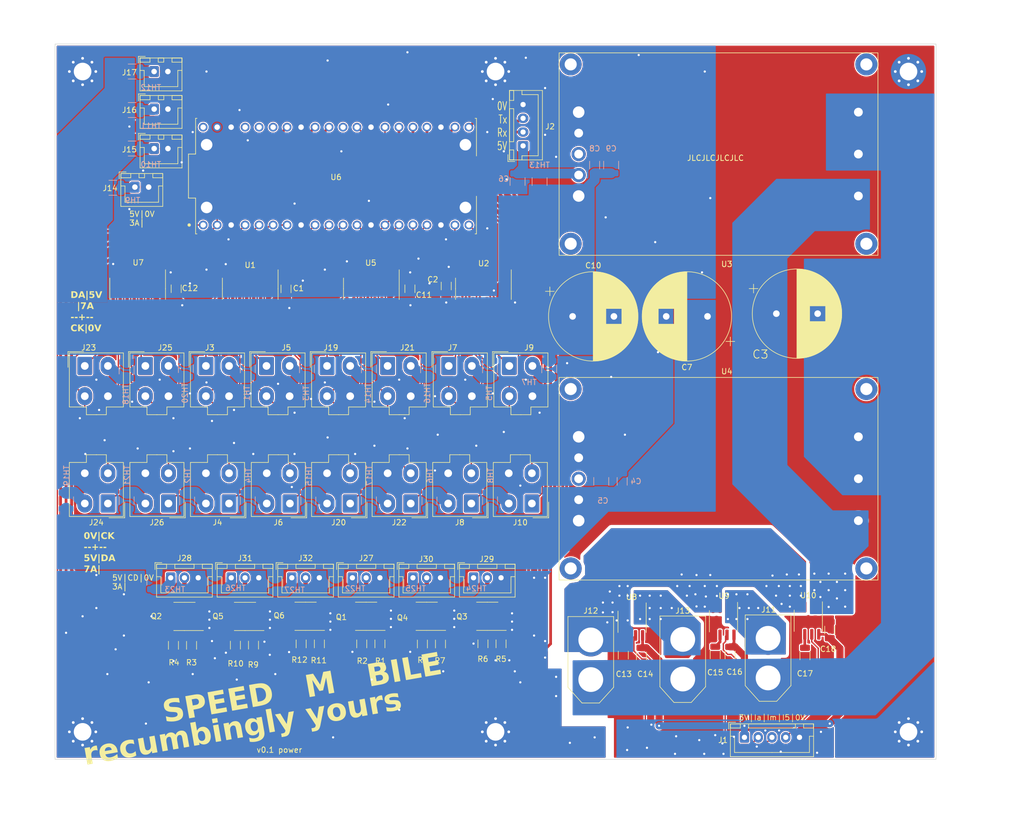
<source format=kicad_pcb>
(kicad_pcb (version 20221018) (generator pcbnew)
  (layers (0 "F.Cu" signal) (31 "B.Cu" signal) (34 "B.Paste" user) (35 "F.Paste" user) (36 "B.SilkS" user "B.Silkscreen") (37 "F.SilkS" user "F.Silkscreen") (38 "B.Mask" user) (39 "F.Mask" user) (44 "Edge.Cuts" user))
  (net 0 "")
  (net 1 "+5V")
  (net 2 "/power/I5V")
  (net 3 "/power/Imotor")
  (net 4 "GNDA")
  (net 5 "GND")
  (net 6 "Net-(U8-FILTER)")
  (net 7 "Net-(U9-FILTER)")
  (net 8 "+3.3VA")
  (net 9 "+5VL")
  (net 10 "Net-(J3-Pin_1)")
  (net 11 "Net-(J3-Pin_2)")
  (net 12 "Net-(J3-Pin_3)")
  (net 13 "Net-(J4-Pin_1)")
  (net 14 "+BATT")
  (net 15 "Net-(J4-Pin_2)")
  (net 16 "Net-(J5-Pin_1)")
  (net 17 "Net-(J5-Pin_2)")
  (net 18 "Net-(J5-Pin_3)")
  (net 19 "Net-(J6-Pin_1)")
  (net 20 "Net-(J6-Pin_2)")
  (net 21 "Net-(J7-Pin_1)")
  (net 22 "Net-(J7-Pin_2)")
  (net 23 "Net-(J7-Pin_3)")
  (net 24 "Net-(J8-Pin_1)")
  (net 25 "Net-(J8-Pin_2)")
  (net 26 "Net-(J9-Pin_1)")
  (net 27 "Net-(J9-Pin_2)")
  (net 28 "Net-(J19-Pin_1)")
  (net 29 "Net-(J19-Pin_2)")
  (net 30 "Net-(J19-Pin_3)")
  (net 31 "Net-(J20-Pin_1)")
  (net 32 "-BATT")
  (net 33 "Net-(J20-Pin_2)")
  (net 34 "Net-(J21-Pin_1)")
  (net 35 "Net-(J21-Pin_2)")
  (net 36 "/power/PWR1")
  (net 37 "/power/PWR2")
  (net 38 "/power/PWR3")
  (net 39 "/power/PWR4")
  (net 40 "Net-(J21-Pin_3)")
  (net 41 "Net-(J22-Pin_1)")
  (net 42 "Net-(J22-Pin_2)")
  (net 43 "Net-(J23-Pin_1)")
  (net 44 "Net-(J23-Pin_2)")
  (net 45 "/power/Motor")
  (net 46 "/power/Dcdc")
  (net 47 "Net-(J23-Pin_3)")
  (net 48 "Net-(J24-Pin_1)")
  (net 49 "Net-(J24-Pin_2)")
  (net 50 "Net-(J25-Pin_1)")
  (net 51 "Net-(J25-Pin_2)")
  (net 52 "Net-(J25-Pin_3)")
  (net 53 "Net-(J26-Pin_1)")
  (net 54 "Net-(J26-Pin_2)")
  (net 55 "Net-(J27-Pin_1)")
  (net 56 "Net-(J27-Pin_2)")
  (net 57 "Net-(J28-Pin_1)")
  (net 58 "Net-(J28-Pin_2)")
  (net 59 "Net-(J29-Pin_1)")
  (net 60 "Net-(J29-Pin_2)")
  (net 61 "Net-(J30-Pin_1)")
  (net 62 "Net-(J30-Pin_2)")
  (net 63 "Net-(J31-Pin_1)")
  (net 64 "/UARTTX")
  (net 65 "/UARTRX")
  (net 66 "Net-(J31-Pin_2)")
  (net 67 "Net-(J32-Pin_1)")
  (net 68 "Net-(J32-Pin_2)")
  (net 69 "Net-(Q1-G)")
  (net 70 "Net-(Q2-G)")
  (net 72 "Net-(J10-Pin_1)")
  (net 73 "Net-(J10-Pin_2)")
  (net 74 "Net-(Q3-G)")
  (net 75 "Net-(Q4-G)")
  (net 76 "Net-(Q5-G)")
  (net 77 "Net-(Q6-G)")
  (net 78 "/ledribbon/PWM0")
  (net 79 "/ledribbon/PWM1")
  (net 80 "/ledribbon/PWM2")
  (net 81 "/ledribbon/PWM4")
  (net 82 "/ledribbon/PWM5")
  (net 83 "/ledribbon/PWM3")
  (net 84 "/ledribbon/MOSI0")
  (net 85 "/ledribbon/MOSI1")
  (net 86 "/ledribbon/SCK0-7")
  (net 87 "/ledribbon/MOSI2")
  (net 88 "/ledribbon/MOSI3")
  (net 89 "/power/Iaux")
  (net 90 "/ledribbon/MOSI4")
  (net 91 "/ledribbon/MOSI5")
  (net 92 "/ledribbon/MOSI6")
  (net 93 "/ledribbon/MOSI7")
  (net 94 "/ledribbon/MOSI12")
  (net 95 "/ledribbon/MOSI13")
  (net 96 "/ledribbon/SCK8-15")
  (net 97 "/ledribbon/MOSI14")
  (net 98 "/ledribbon/MOSI15")
  (net 99 "/ledribbon/MOSI8")
  (net 100 "/ledribbon/MOSI9")
  (net 101 "/ledribbon/MOSI10")
  (net 102 "/ledribbon/MOSI11")
  (net 103 "/power/aux48v")
  (net 104 "Net-(J10-Pin_3)")
  (net 105 "+5VP")
  (net 106 "Net-(U10-FILTER)")
  (footprint "Connector_Molex:Molex_Mini-Fit_Jr_5566-04A_2x02_P4.20mm_Vertical" (layer "F.Cu") (at 137.5 73.5)
    (fp_text reference "J9")
    (fp_text value "minifit")
  )
  (footprint "Capacitor_SMD:C_1206_3216Metric" (layer "F.Cu") (at 96.945 59.5 -90)
    (fp_text reference "C1")
    (fp_text value "100n")
  )
  (footprint "Connector_Molex:Molex_Mini-Fit_Jr_5566-04A_2x02_P4.20mm_Vertical" (layer "F.Cu") (at 71.4 73.5)
    (fp_text reference "J25")
    (fp_text value "minifit")
  )
  (footprint "Capacitor_SMD:C_1206_3216Metric" (layer "F.Cu") (at 195.7 121.5 90)
    (fp_text reference "C18")
    (fp_text value "1u")
  )
  (footprint "Connector_Molex:Molex_Mini-Fit_Jr_5566-04A_2x02_P4.20mm_Vertical" (layer "F.Cu") (at 115.4 73.5)
    (fp_text reference "J21")
    (fp_text value "minifit")
  )
  (footprint "Package_SO:SOIC-8_3.9x4.9mm_P1.27mm" (layer "F.Cu") (at 122.5 119 180)
    (fp_text reference "Q4")
    (fp_text value "DMT6012LSS")
  )
  (footprint "Connector_JST:JST_XH_B3B-XH-A_1x03_P2.50mm_Vertical" (layer "F.Cu") (at 120 112)
    (fp_text reference "J30")
    (fp_text value "Conn_01x03")
  )
  (footprint "Connector_JST:JST_XH_B2B-XH-A_1x02_P2.50mm_Vertical" (layer "F.Cu") (at 69.5 41)
    (fp_text reference "J14")
    (fp_text value "Conn_01x02")
  )
  (footprint "Resistor_SMD:R_1206_3216Metric" (layer "F.Cu") (at 76.5 124.275 -90)
    (fp_text reference "R4")
    (fp_text value "191k")
  )
  (footprint "Connector_JST:JST_XH_B2B-XH-A_1x02_P2.50mm_Vertical" (layer "F.Cu") (at 73 34)
    (fp_text reference "J15")
    (fp_text value "Conn_01x02")
  )
  (footprint "Capacitor_SMD:C_1206_3216Metric" (layer "F.Cu") (at 174.9 126 -90)
    (fp_text reference "C15")
    (fp_text value "1u")
  )
  (footprint "Resistor_SMD:R_1206_3216Metric" (layer "F.Cu") (at 132.71 124 -90)
    (fp_text reference "R6")
    (fp_text value "191k")
  )
  (footprint "Capacitor_SMD:C_1206_3216Metric" (layer "F.Cu") (at 191.2 126.2 -90)
    (fp_text reference "C17")
    (fp_text value "1u")
  )
  (footprint "Resistor_SMD:R_1206_3216Metric" (layer "F.Cu") (at 125 124.0375 90)
    (fp_text reference "R7")
    (fp_text value "1k")
  )
  (footprint "Connector_JST:JST_XH_B4B-XH-A_1x04_P2.50mm_Vertical" (layer "F.Cu") (at 140 33.5 90)
    (fp_text reference "J2")
    (fp_text value "JST_XH")
  )
  (footprint "Connector_JST:JST_XH_B3B-XH-A_1x03_P2.50mm_Vertical" (layer "F.Cu") (at 131 112)
    (fp_text reference "J29")
    (fp_text value "Conn_01x03")
  )
  (footprint "Connector_JST:JST_XH_B3B-XH-A_1x03_P2.50mm_Vertical" (layer "F.Cu") (at 87 112)
    (fp_text reference "J31")
    (fp_text value "Conn_01x03")
  )
  (footprint "Package_SO:SOIC-8_3.9x4.9mm_P1.27mm" (layer "F.Cu") (at 100.5 119 180)
    (fp_text reference "Q6")
    (fp_text value "DMT6012LSS")
  )
  (footprint "Connector_Molex:Molex_Mini-Fit_Jr_5566-04A_2x02_P4.20mm_Vertical" (layer "F.Cu") (at 130.6 98.5 180)
    (fp_text reference "J8")
    (fp_text value "minifit")
  )
  (footprint "Connector_Molex:Molex_Mini-Fit_Jr_5566-04A_2x02_P4.20mm_Vertical" (layer "F.Cu") (at 60.4 73.5)
    (fp_text reference "J23")
    (fp_text value "minifit")
  )
  (footprint "Capacitor_SMD:C_1206_3216Metric" (layer "F.Cu") (at 161.5 126.2 -90)
    (fp_text reference "C14")
    (fp_text value "1u")
  )
  (footprint "Connector_JST:JST_XH_B5B-XH-A_1x05_P2.50mm_Vertical" (layer "F.Cu") (at 180.205 141)
    (fp_text reference "J1")
    (fp_text value "JST_XH")
  )
  (footprint "Resistor_SMD:R_1206_3216Metric" (layer "F.Cu") (at 79.79 124.275 90)
    (fp_text reference "R3")
    (fp_text value "1k")
  )
  (footprint "Capacitor_SMD:C_1206_3216Metric" (layer "F.Cu") (at 126.045 58.975001 -90)
    (fp_text reference "C2")
    (fp_text value "100n")
  )
  (footprint "Package_SO:SOIC-16_3.9x9.9mm_P1.27mm" (layer "F.Cu") (at 90.445 59.475 -90)
    (fp_text reference "U1")
    (fp_text value "74AHCT367")
  )
  (footprint "RP-Pico Libraries:MODULE_SC0918" (layer "F.Cu") (at 106.03 39 90)
    (fp_text reference "U6")
    (fp_text value "SC0918")
  )
  (footprint "Capacitor_SMD:C_1206_3216Metric" (layer "F.Cu") (at 158.2 126.05 -90)
    (fp_text reference "C13")
    (fp_text value "1u")
  )
  (footprint "Connector_JST:JST_XH_B3B-XH-A_1x03_P2.50mm_Vertical" (layer "F.Cu") (at 109 112)
    (fp_text reference "J27")
    (fp_text value "Conn_01x03")
  )
  (footprint "Connector_Molex:Molex_Mini-Fit_Jr_5566-04A_2x02_P4.20mm_Vertical" (layer "F.Cu") (at 82.4 73.5)
    (fp_text reference "J3")
    (fp_text value "minifit")
  )
  (footprint "additional:VCB48" (layer "F.Cu") (at 175.5 35 180)
    (fp_text reference "U3")
    (fp_text value "VCB48_QBO-200WR3-N")
  )
  (footprint "Capacitor_THT:CP_Radial_D16.0mm_P7.50mm" (layer "F.Cu") (at 173.5 64.5 180)
    (fp_text reference "C7")
    (fp_text value "220u")
  )
  (footprint "additional:VCB48" (layer "F.Cu") (at 175.5 94 180)
    (fp_text reference "U4")
    (fp_text value "VCB48_QBO-200WR3-N")
  )
  (footprint "Connector_JST:JST_XH_B2B-XH-A_1x02_P2.50mm_Vertical" (layer "F.Cu") (at 72.9893 20)
    (fp_text reference "J17")
    (fp_text value "Conn_01x02")
  )
  (footprint "Connector_Molex:Molex_Mini-Fit_Jr_5566-04A_2x02_P4.20mm_Vertical" (layer "F.Cu") (at 108.6 98.5 180)
    (fp_text reference "J20")
    (fp_text value "minifit")
  )
  (footprint "Resistor_SMD:R_1206_3216Metric" (layer "F.Cu") (at 136 124 90)
    (fp_text reference "R5")
    (fp_text value "1k")
  )
  (footprint "Package_SO:SOIC-8_3.9x4.9mm_P1.27mm" (layer "F.Cu") (at 89.5 119.025 180)
    (fp_text reference "Q5")
    (fp_text value "DMT6012LSS")
  )
  (footprint "Resistor_SMD:R_1206_3216Metric" (layer "F.Cu") (at 110.7 124.0125 -90)
    (fp_text reference "R2")
    (fp_text value "191k")
  )
  (footprint "Resistor_SMD:R_1206_3216Metric" (layer "F.Cu") (at 114 124.0125 90)
    (fp_text reference "R1")
    (fp_text value "1k")
  )
  (footprint "Resistor_SMD:R_1206_3216Metric" (layer "F.Cu") (at 103 124.0125 90)
    (fp_text reference "R11")
    (fp_text value "1k")
  )
  (footprint "Connector_Molex:Molex_Mini-Fit_Jr_5566-04A_2x02_P4.20mm_Vertical" (layer "F.Cu") (at 119.6 98.5 180)
    (fp_text reference "J22")
    (fp_text value "minifit")
  )
  (footprint "Connector_Molex:Molex_Mini-Fit_Jr_5566-04A_2x02_P4.20mm_Vertical" (layer "F.Cu") (at 64.6 98.5 180)
    (fp_text reference "J24")
    (fp_text value "minifit")
  )
  (footprint "Package_SO:SOIC-8_3.9x4.9mm_P1.27mm" (layer "F.Cu") (at 159.8 120 -90)
    (fp_text reference "U8")
    (fp_text value "MCS1802")
  )
  (footprint "Connector_AMASS:AMASS_XT60-M_1x02_P7.20mm_Vertical" (layer "F.Cu") (at 152.3 130.5 90)
    (fp_text reference "J12")
    (fp_text value "Conn_01x02")
  )
  (footprint "Connector_Molex:Molex_Mini-Fit_Jr_5566-04A_2x02_P4.20mm_Vertical" (layer "F.Cu") (at 97.65 98.5 180)
    (fp_text reference "J6")
    (fp_text value "minifit")
  )
  (footprint "Connector_Molex:Molex_Mini-Fit_Jr_5566-04A_2x02_P4.20mm_Vertical" (layer "F.Cu") (at 126.5 73.5)
    (fp_text reference "J7")
    (fp_text value "minifit")
  )
  (footprint "Package_SO:SOIC-8_3.9x4.9mm_P1.27mm" (layer "F.Cu") (at 78.5 119.025 180)
    (fp_text reference "Q2")
    (fp_text value "DMT6012LSS")
  )
  (footprint "Package_SO:SOIC-16_3.9x9.9mm_P1.27mm" (layer "F.Cu") (at 132.795 59.475 -90)
    (fp_text reference "U2")
    (fp_text value "74AHCT367")
  )
  (footprint "Connector_JST:JST_XH_B2B-XH-A_1x02_P2.50mm_Vertical" (layer "F.Cu") (at 73 26.8244)
    (fp_text reference "J16")
    (fp_text value "Conn_01x02")
  )
  (footprint "Capacitor_SMD:C_1206_3216Metric" (layer "F.Cu") (at 119.445 59.475 -90)
    (fp_text reference "C11")
    (fp_text value "100n")
  )
  (footprint "Package_SO:SOIC-16_3.9x9.9mm_P1.27mm" (layer "F.Cu") (at 112.445 59.475 -90)
    (fp_text reference "U5")
    (fp_text value "74AHCT367")
  )
  (footprint "Package_SO:SOIC-8_3.9x4.9mm_P1.27mm" (layer "F.Cu") (at 111.5 119 180)
    (fp_text reference "Q1")
    (fp_text value "DMT6012LSS")
  )
  (footprint "Connector_Molex:Molex_Mini-Fit_Jr_5566-04A_2x02_P4.20mm_Vertical" (layer "F.Cu") (at 104.4 73.5)
    (fp_text reference "J19")
    (fp_text value "minifit")
  )
  (footprint "Resistor_SMD:R_1206_3216Metric" (layer "F.Cu") (at 99.7 124.0125 -90)
    (fp_text reference "R12")
    (fp_text value "191k")
  )
  (footprint "Connector_Molex:Molex_Mini-Fit_Jr_5566-04A_2x02_P4.20mm_Vertical" (layer "F.Cu") (at 93.4 73.5)
    (fp_text reference "J5")
    (fp_text value "minifit")
  )
  (footprint "Package_SO:SOIC-8_3.9x4.9mm_P1.27mm" (layer "F.Cu") (at 176.4 119.9 -90)
    (fp_text reference "U9")
    (fp_text value "MCS1802")
  )
  (footprint "Capacitor_THT:CP_Radial_D16.0mm_P7.50mm" (layer "F.Cu") (at 186 64)
    (fp_text reference "C3")
    (fp_text value "220u")
  )
  (footprint "Resistor_SMD:R_1206_3216Metric" (layer "F.Cu") (at 121.71 124.0375 -90)
    (fp_text reference "R8")
    (fp_text value "191k")
  )
  (footprint "Connector_AMASS:AMASS_XT60-F_1x02_P7.20mm_Vertical" (layer "F.Cu") (at 184.5 130.2 90)
    (fp_text reference "J11")
    (fp_text value "Conn_01x02")
  )
  (footprint "Connector_JST:JST_XH_B3B-XH-A_1x03_P2.50mm_Vertical" (layer "F.Cu") (at 76 112)
    (fp_text reference "J28")
    (fp_text value "Conn_01x03")
  )
  (footprint "Capacitor_SMD:C_1206_3216Metric" (layer "F.Cu") (at 177.6 126.025 -90)
    (fp_text reference "C16")
    (fp_text value "1u")
  )
  (footprint "Resistor_SMD:R_1206_3216Metric" (layer "F.Cu") (at 87.75 124.2375 -90)
    (fp_text reference "R10")
    (fp_text value "191k")
  )
  (footprint "Capacitor_THT:CP_Radial_D16.0mm_P7.50mm" (layer "F.Cu") (at 149 64.5)
    (fp_text reference "C10")
    (fp_text value "220u")
  )
  (footprint "Package_SO:SOIC-16_3.9x9.9mm_P1.27mm" (layer "F.Cu") (at 70 59.475 -90)
    (fp_text reference "U7")
    (fp_text value "74AHCT367")
  )
  (footprint "Package_SO:SOIC-8_3.9x4.9mm_P1.27mm" (layer "F.Cu") (at 191.8 119.8 -90)
    (fp_text reference "U10")
    (fp_text value "MCS1802")
  )
  (footprint "Package_SO:SOIC-8_3.9x4.9mm_P1.27mm" (layer "F.Cu") (at 133.5 119 180)
    (fp_text reference "Q3")
    (fp_text value "DMT6012LSS")
  )
  (footprint "additional:OSHW-Logo2_9.8x8mm_Mask" (layer "F.Cu") (at 142 139)
    (fp_text reference "SYMB1" hide)
    (fp_text value "OSHW" hide)
  )
  (footprint "Connector_Molex:Molex_Mini-Fit_Jr_5566-04A_2x02_P4.20mm_Vertical" (layer "F.Cu") (at 141.6 98.5 180)
    (fp_text reference "J10")
    (fp_text value "minifit")
  )
  (footprint "Capacitor_SMD:C_1206_3216Metric" (layer "F.Cu") (at 77 59.475 -90)
    (fp_text reference "C12")
    (fp_text value "100n")
  )
  (footprint "Resistor_SMD:R_1206_3216Metric" (layer "F.Cu") (at 91.04 124.2375 90)
    (fp_text reference "R9")
    (fp_text value "1k")
  )
  (footprint "Connector_JST:JST_XH_B3B-XH-A_1x03_P2.50mm_Vertical" (layer "F.Cu") (at 98 112)
    (fp_text reference "J32")
    (fp_text value "Conn_01x03")
  )
  (footprint "Connector_Molex:Molex_Mini-Fit_Jr_5566-04A_2x02_P4.20mm_Vertical" (layer "F.Cu") (at 86.6 98.5 180)
    (fp_text reference "J4")
    (fp_text value "minifit")
  )
  (footprint "Connector_Molex:Molex_Mini-Fit_Jr_5566-04A_2x02_P4.20mm_Vertical" (layer "F.Cu") (at 75.6 98.5 180)
    (fp_text reference "J26")
    (fp_text value "minifit")
  )
  (footprint "Connector_AMASS:AMASS_XT60-F_1x02_P7.20mm_Vertical" (layer "F.Cu") (at 169 130.4 90)
    (fp_text reference "J13")
    (fp_text value "Conn_01x02")
  )
  (footprint "Resistor_SMD:R_1210_3225Metric" (layer "B.Cu") (at 117 113 90)
    (fp_text reference "TH25")
    (fp_text value "3A")
  )
  (footprint "MountingHole:MountingHole_3.2mm_M3_Pad_Via" (layer "B.Cu") (at 210 20 90)
    (fp_text reference "H3" hide)
    (fp_text value "MountingHole_Pad")
  )
  (footprint "MountingHole:MountingHole_3.2mm_M3_Pad_Via" (layer "B.Cu") (at 210 140)
    (fp_text reference "H4" hide)
    (fp_text value "MountingHole_Pad")
  )
  (footprint "Resistor_SMD:R_1210_3225Metric" (layer "B.Cu") (at 68 98 -90)
    (fp_text reference "TH21")
    (fp_text value "7,5A ")
  )
  (footprint "Resistor_SMD:R_1210_3225Metric" (layer "B.Cu") (at 128 113 90)
    (fp_text reference "TH24")
    (fp_text value "3A")
  )
  (footprint "Resistor_SMD:R_1210_3225Metric" (layer "B.Cu") (at 69 33.9956)
    (fp_text reference "TH10")
    (fp_text value "3A ")
  )
  (footprint "Resistor_SMD:R_1210_3225Metric" (layer "B.Cu") (at 112 74.0375 90)
    (fp_text reference "TH14")
    (fp_text value "7,5A ")
  )
  (footprint "Capacitor_SMD:C_1210_3225Metric" (layer "B.Cu") (at 154.2 94.475 90)
    (fp_text reference "C5")
    (fp_text value "22u")
  )
  (footprint "Capacitor_SMD:C_1206_3216Metric" (layer "B.Cu") (at 158 94.475 90)
    (fp_text reference "C4")
    (fp_text value "1u")
  )
  (footprint "Resistor_SMD:R_1210_3225Metric" (layer "B.Cu") (at 122.75 74.0375 90)
    (fp_text reference "TH16")
    (fp_text value "7,5A ")
  )
  (footprint "Capacitor_SMD:C_1206_3216Metric" (layer "B.Cu") (at 153 37 90)
    (fp_text reference "C8")
    (fp_text value "1u")
  )
  (footprint "Resistor_SMD:R_1210_3225Metric" (layer "B.Cu") (at 90 98 -90)
    (fp_text reference "TH4")
    (fp_text value "7,5A ")
  )
  (footprint "Resistor_SMD:R_1210_3225Metric" (layer "B.Cu") (at 100.75 74.0375 90)
    (fp_text reference "TH3")
    (fp_text value "7,5A ")
  )
  (footprint "Capacitor_SMD:C_1210_3225Metric" (layer "B.Cu") (at 139 40 -90)
    (fp_text reference "C6")
    (fp_text value "22u")
  )
  (footprint "Resistor_SMD:R_1210_3225Metric" (layer "B.Cu") (at 69 27)
    (fp_text reference "TH11")
    (fp_text value "3A ")
  )
  (footprint "Resistor_SMD:R_1210_3225Metric" (layer "B.Cu") (at 69 20)
    (fp_text reference "TH12")
    (fp_text value "3A ")
  )
  (footprint "Resistor_SMD:R_1210_3225Metric" (layer "B.Cu") (at 78.75 74 90)
    (fp_text reference "TH20")
    (fp_text value "7,5A ")
  )
  (footprint "Resistor_SMD:R_1210_3225Metric" (layer "B.Cu") (at 57 98 -90)
    (fp_text reference "TH19")
    (fp_text value "7,5A ")
  )
  (footprint "Resistor_SMD:R_1210_3225Metric" (layer "B.Cu") (at 68 74.25 90)
    (fp_text reference "TH18")
    (fp_text value "7,5A ")
  )
  (footprint "Resistor_SMD:R_1210_3225Metric" (layer "B.Cu") (at 90 74.0375 90)
    (fp_text reference "TH1")
    (fp_text value "7,5A ")
  )
  (footprint "Capacitor_SMD:C_1210_3225Metric" (layer "B.Cu") (at 156 37 90)
    (fp_text reference "C9")
    (fp_text value "22u")
  )
  (footprint "MountingHole:MountingHole_3.2mm_M3_Pad_Via" (layer "B.Cu") (at 135 20 180)
    (fp_text reference "H5" hide)
    (fp_text value "MountingHole_Pad")
  )
  (footprint "Resistor_SMD:R_1210_3225Metric" (layer "B.Cu") (at 73.025 112.62 90)
    (fp_text reference "TH23")
    (fp_text value "3A")
  )
  (footprint "Resistor_SMD:R_1210_3225Metric" (layer "B.Cu") (at 65.5 41.1204)
    (fp_text reference "TH9")
    (fp_text value "3A ")
  )
  (footprint "MountingHole:MountingHole_3.2mm_M3_Pad_Via" (layer "B.Cu") (at 135 140 180)
    (fp_text reference "H6" hide)
    (fp_text value "MountingHole_Pad")
  )
  (footprint "Resistor_SMD:R_1210_3225Metric" (layer "B.Cu") (at 106 113 90)
    (fp_text reference "TH22")
    (fp_text value "3A")
  )
  (footprint "Resistor_SMD:R_1210_3225Metric" (layer "B.Cu") (at 123 98.0375 -90)
    (fp_text reference "TH6")
    (fp_text value "7,5A ")
  )
  (footprint "MountingHole:MountingHole_3.2mm_M3_Pad_Via" (layer "B.Cu") (at 60 20 90)
    (fp_text reference "H2" hide)
    (fp_text value "MountingHole_Pad")
  )
  (footprint "Resistor_SMD:R_1210_3225Metric" (layer "B.Cu") (at 144.75 74.0375 90)
    (fp_text reference "TH7")
    (fp_text value "7,5A ")
  )
  (footprint "Resistor_SMD:R_1210_3225Metric" (layer "B.Cu") (at 84.025 112.62 90)
    (fp_text reference "TH26")
    (fp_text value "3A")
  )
  (footprint "Resistor_SMD:R_1210_3225Metric" (layer "B.Cu") (at 101 98.0375 -90)
    (fp_text reference "TH15")
    (fp_text value "7,5A ")
  )
  (footprint "Resistor_SMD:R_1210_3225Metric" (layer "B.Cu") (at 143 40 90)
    (fp_text reference "TH13")
    (fp_text value "3A ")
  )
  (footprint "Resistor_SMD:R_1210_3225Metric" (layer "B.Cu") (at 112 98 -90)
    (fp_text reference "TH17")
    (fp_text value "7,5A ")
  )
  (footprint "Resistor_SMD:R_1210_3225Metric" (layer "B.Cu") (at 79 98.0375 -90)
    (fp_text reference "TH2")
    (fp_text value "7,5A ")
  )
  (footprint "Resistor_SMD:R_1210_3225Metric" (layer "B.Cu") (at 134 98 -90)
    (fp_text reference "TH8")
    (fp_text value "7,5A ")
  )
  (footprint "Resistor_SMD:R_1210_3225Metric" (layer "B.Cu") (at 134 74.0375 90)
    (fp_text reference "TH5")
    (fp_text value "7,5A ")
  )
  (footprint "Resistor_SMD:R_1210_3225Metric" (layer "B.Cu") (at 95 113 90)
    (fp_text reference "TH27")
    (fp_text value "3A")
  )
  (footprint "MountingHole:MountingHole_3.2mm_M3_Pad_Via" (layer "B.Cu") (at 60 140 90)
    (fp_text reference "H1" hide)
    (fp_text value "MountingHole_Pad")
  )
  (gr_rect (start 55 15) (end 215 145) (stroke (width 0.1)) (fill none) (layer "Edge.Cuts"))
  (gr_text "SPEED   M   BILE" (at 75 139 10) (layer "F.SilkS") (effects (font (size 4 4) (thickness 0.4) bold italic) (justify left bottom)))
  (gr_text "0V|CK\n--+--\n5V|DA\n7A|" (at 60.2 111.2) (layer "F.SilkS") (effects (font (size 1.2 1.2) (thickness 0.2) bold) (justify left bottom)))
  (gr_text "3V|Ia|Im|I5|0V" (at 185.2 137.4) (layer "F.SilkS") (effects (font (size 1 1) (thickness 0.125))))
  (gr_text "recumbingly yours" (at 89.44 141.61 10) (layer "F.SilkS") (effects (font (size 4 4) (thickness 0.4) bold italic) (justify bottom)))
  (gr_text "v0.1 power" (at 95.74 143.86) (layer "F.SilkS") (effects (font (size 1 1)) (justify bottom)))
  (gr_text "DA|5V\n  |7A\n--+--\nCK|0V" (at 57.8 67.4) (layer "F.SilkS") (effects (font (size 1.2 1.2) (thickness 0.2) bold) (justify left bottom)))
  (gr_text "5V|0V\n3A|" (at 68.4 48.1) (layer "F.SilkS") (effects (font (size 1 1)) (justify left bottom)))
  (gr_text "0V\nTx\nRx\n5V" (at 137.2 34.4) (layer "F.SilkS") (effects (font (size 1.5 1)) (justify right bottom)))
  (gr_text "5V|CD|0V\n3A|" (at 65.3 114.2) (layer "F.SilkS") (effects (font (size 1 1)) (justify left bottom)))
  (gr_text "JLCJLCJLCJLC" (at 169.7 36.3) (layer "F.SilkS") (effects (font (size 1 1)) (justify left bottom)))
  (segment (start 77 61.375001) (end 78.1 62.475001) (width 1.8) (layer "F.Cu") (net 1))
  (segment (start 84.44 30.11) (end 84.44 28.97863) (width 2.2) (layer "F.Cu") (net 1))
  (segment (start 119.445 62.375001) (end 119.545 62.475001) (width 1.8) (layer "F.Cu") (net 1))
  (segment (start 119.445 60.95) (end 118.02 60.95) (width 1.8) (layer "F.Cu") (net 1))
  (segment (start 126.045 60.450001) (end 126.045 61.975001) (width 1.8) (layer "F.Cu") (net 1))
  (segment (start 75.514959 30) (end 68.5 30) (width 2.2) (layer "F.Cu") (net 1))
  (segment (start 84.44 28.97863) (end 83.47137 28.01) (width 2.2) (layer "F.Cu") (net 1))
  (segment (start 77 60.95) (end 75.445 60.95) (width 1) (layer "F.Cu") (net 1))
  (segment (start 95.995 60.975) (end 95.02 61.95) (width 1.8) (layer "F.Cu") (net 1))
  (segment (start 77.504959 28.01) (end 75.514959 30) (width 2.2) (layer "F.Cu") (net 1))
  (segment (start 119.445 60.95) (end 119.445 62.375001) (width 1.8) (layer "F.Cu") (net 1))
  (segment (start 138.545 61.975001) (end 137.37 61.975001) (width 1.8) (layer "F.Cu") (net 1))
  (segment (start 83.47137 28.01) (end 77.504959 28.01) (width 2.2) (layer "F.Cu") (net 1))
  (segment (start 96.945 62.375001) (end 97.545 62.975001) (width 1.8) (layer "F.Cu") (net 1))
  (segment (start 75.445 60.95) (end 74.445 61.95) (width 1) (layer "F.Cu") (net 1))
  (segment (start 77 60.95) (end 77 61.375001) (width 1.8) (layer "F.Cu") (net 1))
  (segment (start 137.37 61.975001) (end 137.37 61.95) (width 1.8) (layer "F.Cu") (net 1))
  (segment (start 118.02 60.95) (end 117.02 61.95) (width 1.8) (layer "F.Cu") (net 1))
  (segment (start 96.945 60.975) (end 95.995 60.975) (width 1.8) (layer "F.Cu") (net 1))
  (segment (start 96.945 60.975) (end 96.945 62.375001) (width 1.8) (layer "F.Cu") (net 1))
  (via (at 68.5 30) (size 0.8) (drill 0.4) (layers "F.Cu" "B.Cu") (net 1))
  (via (at 78.1 62.475001) (size 0.8) (drill 0.4) (layers "F.Cu" "B.Cu") (net 1))
  (via (at 97.545 62.975001) (size 0.8) (drill 0.4) (layers "F.Cu" "B.Cu") (net 1))
  (via (at 119.545 62.475001) (size 0.8) (drill 0.4) (layers "F.Cu" "B.Cu") (net 1))
  (via (at 126.045 61.975001) (size 0.8) (drill 0.4) (layers "F.Cu" "B.Cu") (net 1))
  (via (at 138.545 61.975001) (size 0.8) (drill 0.4) (layers "F.Cu" "B.Cu") (net 1))
  (segment (start 122.75 69.75) (end 122.5 69.5) (width 2.2) (layer "B.Cu") (net 1))
  (segment (start 122.75 72.575) (end 122.75 69.75) (width 2.2) (layer "B.Cu") (net 1))
  (segment (start 153 38.475) (end 153 39.72) (width 1.8) (layer "B.Cu") (net 1))
  (segment (start 144.75 71.25) (end 144.5 71) (width 2.2) (layer "B.Cu") (net 1))
  (segment (start 68 72.7875) (end 68 71) (width 2.2) (layer "B.Cu") (net 1))
  (segment (start 149 64.5) (end 141 56.5) (width 5) (layer "B.Cu") (net 1))
  (segment (start 78.75 70.75) (end 78.5 70.5) (width 2.2) (layer "B.Cu") (net 1))
  (segment (start 141 56.5) (end 141 51.91) (width 5) (layer "B.Cu") (net 1))
  (segment (start 153 39.72) (end 150.1 42.62) (width 1.8) (layer "B.Cu") (net 1))
  (segment (start 112 70.5) (end 112.5 70) (width 2.2) (layer "B.Cu") (net 1))
  (segment (start 156 38.475) (end 153 38.475) (width 1.8) (layer "B.Cu") (net 1))
  (segment (start 112 72.575) (end 112 70.5) (width 2.2) (layer "B.Cu") (net 1))
  (segment (start 141 51.91) (end 150.1 42.81) (width 5) (layer "B.Cu") (net 1))
  (segment (start 144.75 72.575) (end 144.75 71.25) (width 2.2) (layer "B.Cu") (net 1))
  (segment (start 100.75 70.25) (end 101 70) (width 2.2) (layer "B.Cu") (net 1))
  (segment (start 100.75 72.575) (end 100.75 70.25) (width 2.2) (layer "B.Cu") (net 1))
  (segment (start 134 72.575) (end 134 70.5) (width 2.2) (layer "B.Cu") (net 1))
  (segment (start 90 72.575) (end 90 70.5) (width 2.2) (layer "B.Cu") (net 1))
  (segment (start 78.75 72.5375) (end 78.75 70.75) (width 2.2) (layer "B.Cu") (net 1))
  (segment (start 192.435 123.635) (end 193.6 124.8) (width 0.25) (layer "F.Cu") (net 2))
  (segment (start 193.6 124.8) (end 193.6 135.105) (width 0.25) (layer "F.Cu") (net 2))
  (segment (start 193.6 135.105) (end 187.705 141) (width 0.25) (layer "F.Cu") (net 2))
  (segment (start 192.435 122.275) (end 192.435 123.635) (width 0.25) (layer "F.Cu") (net 2))
  (segment (start 177.609153 143.7) (end 182.505 143.7) (width 0.25) (layer "F.Cu") (net 3))
  (segment (start 162.725 128.2451) (end 162.2 128.7701) (width 0.25) (layer "F.Cu") (net 3))
  (segment (start 166.354153 142.845) (end 176.754153 142.845) (width 0.25) (layer "F.Cu") (net 3))
  (segment (start 160.435 122.475) (end 160.135 122.775) (width 0.25) (layer "F.Cu") (net 3))
  (segment (start 162.725 127.1049) (end 162.725 128.2451) (width 0.25) (layer "F.Cu") (net 3))
  (segment (start 176.754153 142.845) (end 177.609153 143.7) (width 0.25) (layer "F.Cu") (net 3))
  (segment (start 182.505 143.7) (end 185.205 141) (width 0.25) (layer "F.Cu") (net 3))
  (segment (start 162.2 128.7701) (end 162.2 138.690847) (width 0.25) (layer "F.Cu") (net 3))
  (segment (start 160.135 122.775) (end 160.135 125.31) (width 0.25) (layer "F.Cu") (net 3))
  (segment (start 161.6 126.775) (end 162.3951 126.775) (width 0.25) (layer "F.Cu") (net 3))
  (segment (start 160.135 125.31) (end 161.6 126.775) (width 0.25) (layer "F.Cu") (net 3))
  (segment (start 162.3951 126.775) (end 162.725 127.1049) (width 0.25) (layer "F.Cu") (net 3))
  (segment (start 162.2 138.690847) (end 166.354153 142.845) (width 0.25) (layer "F.Cu") (net 3))
  (segment (start 177.6 127.5) (end 174.925 127.5) (width 0.25) (layer "F.Cu") (net 4))
  (segment (start 156.85 126.175) (end 158.2 127.525) (width 0.5) (layer "F.Cu") (net 4))
  (segment (start 190.205 141) (end 190.6 141) (width 0.25) (layer "F.Cu") (net 4))
  (segment (start 174.925 127.5) (end 174.9 127.475) (width 0.25) (layer "F.Cu") (net 4))
  (segment (start 161.5 127.675) (end 158.35 127.675) (width 0.25) (layer "F.Cu") (net 4))
  (segment (start 158.35 127.675) (end 158.2 127.525) (width 0.25) (layer "F.Cu") (net 4))
  (segment (start 156.85 123.52) (end 156.85 126.175) (width 0.5) (layer "F.Cu") (net 4))
  (segment (start 190.6 141) (end 193.4 143.8) (width 0.25) (layer "F.Cu") (net 4))
  (segment (start 157.895 122.475) (end 156.85 123.52) (width 0.5) (layer "F.Cu") (net 4))
  (via (at 178.3 140.9) (size 0.8) (drill 0.4) (layers "F.Cu" "B.Cu") (net 4))
  (via (at 159 139.2) (size 0.8) (drill 0.4) (layers "F.Cu" "B.Cu") (net 4))
  (via (at 184 139.75) (size 0.8) (drill 0.4) (layers "F.Cu" "B.Cu") (net 4))
  (via (at 158.9 143.3) (size 0.8) (drill 0.4) (layers "F.Cu" "B.Cu") (net 4))
  (via (at 172.9 144) (size 0.8) (drill 0.4) (layers "F.Cu" "B.Cu") (net 4))
  (via (at 176.2 142.1) (size 0.8) (drill 0.4) (layers "F.Cu" "B.Cu") (net 4))
  (via (at 182.44161 142.676555) (size 0.8) (drill 0.4) (layers "F.Cu" "B.Cu") (net 4))
  (via (at 186.8 143.6) (size 0.8) (drill 0.4) (layers "F.Cu" "B.Cu") (net 4))
  (via (at 163.3 138.7) (size 0.8) (drill 0.4) (layers "F.Cu" "B.Cu") (net 4))
  (via (at 174.9 140.6) (size 0.8) (drill 0.4) (layers "F.Cu" "B.Cu") (net 4))
  (via (at 162.5 142.9) (size 0.8) (drill 0.4) (layers "F.Cu" "B.Cu") (net 4))
  (via (at 172 141.5) (size 0.8) (drill 0.4) (layers "F.Cu" "B.Cu") (net 4))
  (via (at 167.8 140.8) (size 0.8) (drill 0.4) (layers "F.Cu" "B.Cu") (net 4))
  (via (at 167.6 144) (size 0.8) (drill 0.4) (layers "F.Cu" "B.Cu") (net 4))
  (via (at 186.5 139.750002) (size 0.8) (drill 0.4) (layers "F.Cu" "B.Cu") (net 4))
  (via (at 194.1 140) (size 0.8) (drill 0.4) (layers "F.Cu" "B.Cu") (net 4))
  (via (at 193.4 143.8) (size 0.8) (drill 0.4) (layers "F.Cu" "B.Cu") (net 4))
  (via (at 176.4 144) (size 0.8) (drill 0.4) (layers "F.Cu" "B.Cu") (net 4))
  (segment (start 65.555 57) (end 65.555 54.975001) (width 1) (layer "F.Cu") (net 5))
  (segment (start 126.045 57.500001) (end 127.719999 57.500001) (width 1.8) (layer "F.Cu") (net 5))
  (segment (start 127.719999 57.500001) (end 128.22 57) (width 1.8) (layer "F.Cu") (net 5))
  (via (at 105 121.4625) (size 0.8) (drill 0.4) (layers "F.Cu" "B.Cu") (net 5))
  (via (at 76.525 127.12) (size 0.8) (drill 0.4) (layers "F.Cu" "B.Cu") (net 5))
  (via (at 104 56) (size 0.8) (drill 0.4) (layers "F.Cu" "B.Cu") (net 5))
  (via (at 131 123.9625) (size 0.8) (drill 0.4) (layers "F.Cu" "B.Cu") (net 5))
  (via (at 126 50.5) (size 0.8) (drill 0.4) (layers "F.Cu" "B.Cu") (net 5))
  (via (at 146 133.5) (size 0.8) (drill 0.4) (layers "F.Cu" "B.Cu") (net 5))
  (via (at 138 118.4625) (size 0.8) (drill 0.4) (layers "F.Cu" "B.Cu") (net 5))
  (via (at 124 92.5) (size 0.8) (drill 0.4) (layers "F.Cu" "B.Cu") (net 5))
  (via (at 78 36.5) (size 0.8) (drill 0.4) (layers "F.Cu" "B.Cu") (net 5))
  (via (at 72 131) (size 0.8) (drill 0.4) (layers "F.Cu" "B.Cu") (net 5))
  (via (at 138.5 129) (size 0.8) (drill 0.4) (layers "F.Cu" "B.Cu") (net 5))
  (via (at 124.5 86) (size 0.8) (drill 0.4) (layers "F.Cu" "B.Cu") (net 5))
  (via (at 135 127) (size 0.8) (drill 0.4) (layers "F.Cu" "B.Cu") (net 5))
  (via (at 115.5 26) (size 0.8) (drill 0.4) (layers "F.Cu" "B.Cu") (net 5))
  (via (at 119 16.5) (size 0.8) (drill 0.4) (layers "F.Cu" "B.Cu") (net 5))
  (via (at 144 123.5) (size 0.8) (drill 0.4) (layers "F.Cu" "B.Cu") (net 5))
  (via (at 87.5 81.5) (size 0.8) (drill 0.4) (layers "F.Cu" "B.Cu") (net 5))
  (via (at 79.5 78.5) (size 0.8) (drill 0.4) (layers "F.Cu" "B.Cu") (net 5))
  (via (at 97.5 125.5) (size 0.8) (drill 0.4) (layers "F.Cu" "B.Cu") (net 5))
  (via (at 119.5 56.5) (size 0.8) (drill 0.4) (layers "F.Cu" "B.Cu") (net 5))
  (via (at 83.025 119.62) (size 0.8) (drill 0.4) (layers "F.Cu" "B.Cu") (net 5))
  (via (at 139.5 95.25) (size 0.8) (drill 0.4) (layers "F.Cu" "B.Cu") (net 5))
  (via (at 119.5 125.4625) (size 0.8) (drill 0.4) (layers "F.Cu" "B.Cu") (net 5))
  (via (at 144 112) (size 0.8) (drill 0.4) (layers "F.Cu" "B.Cu") (net 5))
  (via (at 116 119.4625) (size 0.8) (drill 0.4) (layers "F.Cu" "B.Cu") (net 5))
  (via (at 161 17) (size 0.8) (drill 0.4) (layers "F.Cu" "B.Cu") (net 5))
  (via (at 140.5 76) (size 0.8) (drill 0.4) (layers "F.Cu" "B.Cu") (net 5))
  (via (at 64.5 129.5) (size 0.8) (drill 0.4) (layers "F.Cu" "B.Cu") (net 5))
  (via (at 123 58.5) (size 0.8) (drill 0.4) (layers "F.Cu" "B.Cu") (net 5))
  (via (at 108 54.5) (size 0.8) (drill 0.4) (layers "F.Cu" "B.Cu") (net 5))
  (via (at 153 141) (size 0.8) (drill 0.4) (layers "F.Cu" "B.Cu") (net 5))
  (via (at 117.5 76) (size 0.8) (drill 0.4) (layers "F.Cu" "B.Cu") (net 5))
  (via (at 98.5 44) (size 0.8) (drill 0.4) (layers "F.Cu" "B.Cu") (net 5))
  (via (at 105 119.9625) (size 0.8) (drill 0.4) (layers "F.Cu" "B.Cu") (net 5))
  (via (at 76.5 83) (size 0.8) (drill 0.4) (layers "F.Cu" "B.Cu") (net 5))
  (via (at 63 81.5) (size 0.8) (drill 0.4) (layers "F.Cu" "B.Cu") (net 5))
  (via (at 82.5 76.5) (size 0.8) (drill 0.4) (layers "F.Cu" "B.Cu") (net 5))
  (via (at 79.5 58.5) (size 0.8) (drill 0.4) (layers "F.Cu" "B.Cu") (net 5))
  (via (at 60.5 89.5) (size 0.8) (drill 0.4) (layers "F.Cu" "B.Cu") (net 5))
  (via (at 148 73) (size 0.8) (drill 0.4) (layers "F.Cu" "B.Cu") (net 5))
  (via (at 87.5 87.5) (size 0.8) (drill 0.4) (layers "F.Cu" "B.Cu") (net 5))
  (via (at 57 122) (size 0.8) (drill 0.4) (layers "F.Cu" "B.Cu") (net 5))
  (via (at 65.555 54.975001) (size 0.8) (drill 0.4) (layers "F.Cu" "B.Cu") (net 5))
  (via (at 138 119.9625) (size 0.8) (drill 0.4) (layers "F.Cu" "B.Cu") (net 5))
  (via (at 98 95.5) (size 0.8) (drill 0.4) (layers "F.Cu" "B.Cu") (net 5))
  (via (at 67.5 115) (size 0.8) (drill 0.4) (layers "F.Cu" "B.Cu") (net 5))
  (via (at 134.5 25) (size 0.8) (drill 0.4) (layers "F.Cu" "B.Cu") (net 5))
  (via (at 62.5 111.5) (size 0.8) (drill 0.4) (layers "F.Cu" "B.Cu") (net 5))
  (via (at 80 129.5) (size 0.8) (drill 0.4) (layers "F.Cu" "B.Cu") (net 5))
  (via (at 83.5 123.5) (size 0.8) (drill 0.4) (layers "F.Cu" "B.Cu") (net 5))
  (via (at 104.5 86.5) (size 0.8) (drill 0.4) (layers "F.Cu" "B.Cu") (net 5))
  (via (at 112 43.5) (size 0.8) (drill 0.4) (layers "F.Cu" "B.Cu") (net 5))
  (via (at 105 118.4625) (size 0.8) (drill 0.4) (layers "F.Cu" "B.Cu") (net 5))
  (via (at 133.5 48.5) (size 0.8) (drill 0.4) (layers "F.Cu" "B.Cu") (net 5))
  (via (at 146 130) (size 0.8) (drill 0.4) (layers "F.Cu" "B.Cu") (net 5))
  (via (at 142 122.5) (size 0.8) (drill 0.4) (layers "F.Cu" "B.Cu") (net 5))
  (via (at 59.5 83) (size 0.8) (drill 0.4) (layers "F.Cu" "B.Cu") (net 5))
  (via (at 138 121.4625) (size 0.8) (drill 0.4) (layers "F.Cu" "B.Cu") (net 5))
  (via (at 64 87) (size 0.8) (drill 0.4) (layers "F.Cu" "B.Cu") (net 5))
  (via (at 104.5 18) (size 0.8) (drill 0.4) (layers "F.Cu" "B.Cu") (net 5))
  (via (at 117.5 136) (size 0.8) (drill 0.4) (layers "F.Cu" "B.Cu") (net 5))
  (via (at 66 125) (size 0.8) (drill 0.4) (layers "F.Cu" "B.Cu") (net 5))
  (via (at 124 79) (size 0.8) (drill 0.4) (layers "F.Cu" "B.Cu") (net 5))
  (via (at 82.5 56) (size 0.8) (drill 0.4) (layers "F.Cu" "B.Cu") (net 5))
  (via (at 113 88) (size 0.8) (drill 0.4) (layers "F.Cu" "B.Cu") (net 5))
  (via (at 113 80) (size 0.8) (drill 0.4) (layers "F.Cu" "B.Cu") (net 5))
  (via (at 94.025 118.12) (size 0.8) (drill 0.4) (layers "F.Cu" "B.Cu") (net 5))
  (via (at 121 54) (size 0.8) (drill 0.4) (layers "F.Cu" "B.Cu") (net 5))
  (via (at 100 58) (size 0.8) (drill 0.4) (layers "F.Cu" "B.Cu") (net 5))
  (via (at 70 88.5) (size 0.8) (drill 0.4) (layers "F.Cu" "B.Cu") (net 5))
  (via (at 82.5 20) (size 0.8) (drill 0.4) (layers "F.Cu" "B.Cu") (net 5))
  (via (at 119 88.5) (size 0.8) (drill 0.4) (layers "F.Cu" "B.Cu") (net 5))
  (via (at 134.7 59.8) (size 0.8) (drill 0.4) (layers "F.Cu" "B.Cu") (net 5))
  (via (at 142 112) (size 0.8) (drill 0.4) (layers "F.Cu" "B.Cu") (net 5))
  (via (at 144 126.5) (size 0.8) (drill 0.4) (layers "F.Cu" "B.Cu") (net 5))
  (via (at 155 46.5) (size 0.8) (drill 0.4) (layers "F.Cu" "B.Cu") (net 5))
  (via (at 107 34.5) (size 0.8) (drill 0.4) (layers "F.Cu" "B.Cu") (net 5))
  (via (at 62.5 76) (size 0.8) (drill 0.4) (layers "F.Cu" "B.Cu") (net 5))
  (via (at 129.5 76) (size 0.8) (drill 0.4) (layers "F.Cu" "B.Cu") (net 5))
  (via (at 76.5 89) (size 0.8) (drill 0.4) (layers "F.Cu" "B.Cu") (net 5))
  (via (at 146 35.5) (size 0.8) (drill 0.4) (layers "F.Cu" "B.Cu") (net 5))
  (via (at 94 126) (size 0.8) (drill 0.4) (layers "F.Cu" "B.Cu") (net 5))
  (via (at 143 82) (size 0.8) (drill 0.4) (layers "F.Cu" "B.Cu") (net 5))
  (via (at 80 31) (size 0.8) (drill 0.4) (layers "F.Cu" "B.Cu") (net 5))
  (via (at 94.025 121.12) (size 0.8) (drill 0.4) (layers "F.Cu" "B.Cu") (net 5))
  (via (at 95.5 76.75) (size 0.8) (drill 0.4) (layers "F.Cu" "B.Cu") (net 5))
  (via (at 95 129.5) (size 0.8) (drill 0.4) (layers "F.Cu" "B.Cu") (net 5))
  (via (at 137.5 127) (size 0.8) (drill 0.4) (layers "F.Cu" "B.Cu") (net 5))
  (via (at 86.5 50.5) (size 0.8) (drill 0.4) (layers "F.Cu" "B.Cu") (net 5))
  (via (at 83.5 83.5) (size 0.8) (drill 0.4) (layers "F.Cu" "B.Cu") (net 5))
  (via (at 131.5 88) (size 0.8) (drill 0.4) (layers "F.Cu" "B.Cu") (net 5))
  (via (at 136.5 34.5) (size 0.8) (drill 0.4) (layers "F.Cu" "B.Cu") (net 5))
  (via (at 158.5 86) (size 0.8) (drill 0.4) (layers "F.Cu" "B.Cu") (net 5))
  (via (at 133.5 31) (size 0.8) (drill 0.4) (layers "F.Cu" "B.Cu") (net 5))
  (via (at 109.5 89.5) (size 0.8) (drill 0.4) (layers "F.Cu" "B.Cu") (net 5))
  (via (at 164 51) (size 0.8) (drill 0.4) (layers "F.Cu" "B.Cu") (net 5))
  (via (at 88.5 27) (size 0.8) (drill 0.4) (layers "F.Cu" "B.Cu") (net 5))
  (via (at 71.5 138.5) (size 0.8) (drill 0.4) (layers "F.Cu" "B.Cu") (net 5))
  (via (at 62.5 117.5) (size 0.8) (drill 0.4) (layers "F.Cu" "B.Cu") (net 5))
  (via (at 86.025 125.62) (size 0.8) (drill 0.4) (layers "F.Cu" "B.Cu") (net 5))
  (via (at 101.5 79.5) (size 0.8) (drill 0.4) (layers "F.Cu" "B.Cu") (net 5))
  (via (at 67.5 122.5) (size 0.8) (drill 0.4) (layers "F.Cu" "B.Cu") (net 5))
  (via (at 90 32.5) (size 0.8) (drill 0.4) (layers "F.Cu" "B.Cu") (net 5))
  (via (at 164.5 71) (size 0.8) (drill 0.4) (layers "F.Cu" "B.Cu") (net 5))
  (via (at 86 55) (size 0.8) (drill 0.4) (layers "F.Cu" "B.Cu") (net 5))
  (via (at 140.5 17.5) (size 0.8) (drill 0.4) (layers "F.Cu" "B.Cu") (net 5))
  (via (at 60 119) (size 0.8) (drill 0.4) (layers "F.Cu" "B.Cu") (net 5))
  (via (at 84.025 126.62) (size 0.8) (drill 0.4) (layers "F.Cu" "B.Cu") (net 5))
  (via (at 109 125.4625) (size 0.8) (drill 0.4) (layers "F.Cu" "B.Cu") (net 5))
  (via (at 104 76.5) (size 0.8) (drill 0.4) (layers "F.Cu" "B.Cu") (net 5))
  (via (at 172.5 56.5) (size 0.8) (drill 0.4) (layers "F.Cu" "B.Cu") (net 5))
  (via (at 83.025 121.12) (size 0.8) (drill 0.4) (layers "F.Cu" "B.Cu") (net 5))
  (via (at 137 39.6) (size 0.8) (drill 0.4) (layers "F.Cu" "B.Cu") (net 5))
  (via (at 148.5 142) (size 0.8) (drill 0.4) (layers "F.Cu" "B.Cu") (net 5))
  (via (at 98.5 82) (size 0.8) (drill 0.4) (layers "F.Cu" "B.Cu") (net 5))
  (via (at 134.5 78.5) (size 0.8) (drill 0.4) (layers "F.Cu" "B.Cu") (net 5))
  (via (at 126.5 55.5) (size 0.8) (drill 0.4) (layers "F.Cu" "B.Cu") (net 5))
  (via (at 127.5 119.4625) (size 0.8) (drill 0.4) (layers "F.Cu" "B.Cu") (net 5))
  (via (at 144 23) (size 0.8) (drill 0.4) (layers "F.Cu" "B.Cu") (net 5))
  (via (at 69 80) (size 0.8) (drill 0.4) (layers "F.Cu" "B.Cu") (net 5))
  (via (at 93.025 123.62) (size 0.8) (drill 0.4) (layers "F.Cu" "B.Cu") (net 5))
  (via (at 118.5 83) (size 0.8) (drill 0.4) (layers "F.Cu" "B.Cu") (net 5))
  (via (at 136.5 85.5) (size 0.8) (drill 0.4) (layers "F.Cu" "B.Cu") (net 5))
  (via (at 68.5 45) (size 0.8) (drill 0.4) (layers "F.Cu" "B.Cu") (net 5))
  (via (at 139.5 131) (size 0.8) (drill 0.4) (layers "F.Cu" "B.Cu") (net 5))
  (via (at 98.5 89.5) (size 0.8) (drill 0.4) (layers "F.Cu" "B.Cu") (net 5))
  (via (at 76 56.5) (size 0.8) (drill 0.4) (layers "F.Cu" "B.Cu") (net 5))
  (via (at 94.025 119.62) (size 0.8) (drill 0.4) (layers "F.Cu" "B.Cu") (net 5))
  (via (at 125.5 129) (size 0.8) (drill 0.4) (layers "F.Cu" "B.Cu") (net 5))
  (via (at 174 43) (size 0.8) (drill 0.4) (layers "F.Cu" "B.Cu") (net 5))
  (via (at 127.5 120.9625) (size 0.8) (drill 0.4) (layers "F.Cu" "B.Cu") (net 5))
  (via (at 116 117.9625) (size 0.8) (drill 0.4) (layers "F.Cu" "B.Cu") (net 5))
  (via (at 74 76) (size 0.8) (drill 0.4) (layers "F.Cu" "B.Cu") (net 5))
  (via (at 156 75.5) (size 0.8) (drill 0.4) (layers "F.Cu" "B.Cu") (net 5))
  (via (at 127.5 117.9625) (size 0.8) (drill 0.4) (layers "F.Cu" "B.Cu") (net 5))
  (via (at 91 89.5) (size 0.8) (drill 0.4) (layers "F.Cu" "B.Cu") (net 5))
  (via (at 88 130.5) (size 0.8) (drill 0.4) (layers "F.Cu" "B.Cu") (net 5))
  (via (at 116 120.9625) (size 0.8) (drill 0.4) (layers "F.Cu" "B.Cu") (net 5))
  (via (at 90.5 78.5) (size 0.8) (drill 0.4) (layers "F.Cu" "B.Cu") (net 5))
  (via (at 173 20) (size 0.8) (drill 0.4) (layers "F.Cu" "B.Cu") (net 5))
  (via (at 71 38) (size 0.8) (drill 0.4) (layers "F.Cu" "B.Cu") (net 5))
  (via (at 72.5 119) (size 0.8) (drill 0.4) (layers "F.Cu" "B.Cu") (net 5))
  (via (at 112.5 130.5) (size 0.8) (drill 0.4) (layers "F.Cu" "B.Cu") (net 5))
  (via (at 105.5 141) (size 0.8) (drill 0.4) (layers "F.Cu" "B.Cu") (net 5))
  (via (at 144 31.5) (size 0.8) (drill 0.4) (layers "F.Cu" "B.Cu") (net 5))
  (via (at 83.025 118.12) (size 0.8) (drill 0.4) (layers "F.Cu" "B.Cu") (net 5))
  (via (at 79.5 88.5) (size 0.8) (drill 0.4) (layers "F.Cu" "B.Cu") (net 5))
  (segment (start 160.05 31.05) (end 160.05 76.43) (width 5) (layer "B.Cu") (net 5))
  (segment (start 160.05 76.43) (end 150.1 86.38) (width 5) (layer "B.Cu") (net 5))
  (segment (start 156.38 27.38) (end 160.05 31.05) (width 5) (layer "B.Cu") (net 5))
  (segment (start 150.1 27.38) (end 156.38 27.38) (width 5) (layer "B.Cu") (net 5))
  (segment (start 159.165 122.475) (end 159.165 123.61) (width 0.5) (layer "F.Cu") (net 6))
  (segment (start 159.165 123.61) (end 158.2 124.575) (width 0.5) (layer "F.Cu") (net 6))
  (segment (start 175.765 122.375) (end 175.765 123.66) (width 0.5) (layer "F.Cu") (net 7))
  (segment (start 175.765 123.66) (end 174.9 124.525) (width 0.5) (layer "F.Cu") (net 7))
  (segment (start 195 122.275) (end 195.7 122.975) (width 0.5) (layer "F.Cu") (net 8))
  (segment (start 197.55 124.825002) (end 195.7 122.975002) (width 1.3) (layer "F.Cu") (net 8))
  (segment (start 164.7 138.9) (end 164.7 127.025) (width 1.3) (layer "F.Cu") (net 8))
  (segment (start 161.705 122.475) (end 161.705 124.52) (width 0.5) (layer "F.Cu") (net 8))
  (segment (start 193.705 122.275) (end 195 122.275) (width 0.5) (layer "F.Cu") (net 8))
  (segment (start 177.6 124.55) (end 178.5 124.55) (width 1.3) (layer "F.Cu") (net 8))
  (segment (start 197.55 136.65) (end 197.55 124.825002) (width 1.3) (layer "F.Cu") (net 8))
  (segment (start 178.305 123.845) (end 177.6 124.55) (width 0.5) (layer "F.Cu") (net 8))
  (segment (start 195.7 138.5) (end 197.55 136.65) (width 1.3) (layer "F.Cu") (net 8))
  (segment (start 161.705 124.52) (end 161.5 124.725) (width 0.5) (layer "F.Cu") (net 8))
  (segment (start 162.4 124.725) (end 161.5 124.725) (width 1.3) (layer "F.Cu") (net 8))
  (segment (start 195.7 122.975) (end 195.7 122.975002) (width 0.5) (layer "F.Cu") (net 8))
  (segment (start 178.305 122.375) (end 178.305 123.845) (width 0.5) (layer "F.Cu") (net 8))
  (segment (start 164.7 127.025) (end 162.4 124.725) (width 1.3) (layer "F.Cu") (net 8))
  (segment (start 180.2 126.25) (end 180.2 138.9) (width 1.3) (layer "F.Cu") (net 8))
  (segment (start 178.5 124.55) (end 180.2 126.25) (width 1.3) (layer "F.Cu") (net 8))
  (via (at 195.7 138.5) (size 0.8) (drill 0.4) (layers "F.Cu" "B.Cu") (net 8))
  (via (at 164.7 138.9) (size 0.8) (drill 0.4) (layers "F.Cu" "B.Cu") (net 8))
  (via (at 180.2 138.9) (size 0.8) (drill 0.4) (layers "F.Cu" "B.Cu") (net 8))
  (segment (start 180.205 138.905) (end 180.2 138.9) (width 1.3) (layer "B.Cu") (net 8))
  (segment (start 180.205 141) (end 180.205 138.905) (width 1.3) (layer "B.Cu") (net 8))
  (segment (start 180.2 138.9) (end 180.599998 138.500002) (width 1.3) (layer "B.Cu") (net 8))
  (segment (start 180.2 138.9) (end 164.7 138.9) (width 1.3) (layer "B.Cu") (net 8))
  (segment (start 195.699998 138.500002) (end 195.7 138.5) (width 1.3) (layer "B.Cu") (net 8))
  (segment (start 180.599998 138.500002) (end 195.699998 138.500002) (width 1.3) (layer "B.Cu") (net 8))
  (segment (start 140 37.525) (end 139 38.525) (width 1.8) (layer "B.Cu") (net 9))
  (segment (start 139 38.525) (end 142.9875 38.525) (width 1.8) (layer "B.Cu") (net 9))
  (segment (start 142.9875 38.525) (end 143 38.5375) (width 1.8) (layer "B.Cu") (net 9))
  (segment (start 149.8275 38.5375) (end 150.1 38.81) (width 1.8) (layer "B.Cu") (net 9))
  (segment (start 140 33.5) (end 140 37.525) (width 1.8) (layer "B.Cu") (net 9))
  (segment (start 143 38.5375) (end 149.8275 38.5375) (width 1.8) (layer "B.Cu") (net 9))
  (segment (start 87.27 57.974999) (end 87.27 57) (width 0.25) (layer "F.Cu") (net 10))
  (segment (start 82.4 73.5) (end 82.4 62.844999) (width 0.25) (layer "F.Cu") (net 10))
  (segment (start 82.4 62.844999) (end 87.27 57.974999) (width 0.25) (layer "F.Cu") (net 10))
  (segment (start 88.6 75.5) (end 86.6 73.5) (width 2.2) (layer "B.Cu") (net 11))
  (segment (start 90 75.5) (end 88.6 75.5) (width 2.2) (layer "B.Cu") (net 11))
  (segment (start 84.925 76.475) (end 82.4 79) (width 0.25) (layer "F.Cu") (net 12))
  (segment (start 86 61.95) (end 84.925 63.025) (width 0.25) (layer "F.Cu") (net 12))
  (segment (start 82.4 79) (end 86.6 83.2) (width 0.25) (layer "F.Cu") (net 12))
  (segment (start 86.6 83.2) (end 86.6 93) (width 0.25) (layer "F.Cu") (net 12))
  (segment (start 84.925 63.025) (end 84.925 76.475) (width 0.25) (layer "F.Cu") (net 12))
  (segment (start 88.54 96.56) (end 86.6 98.5) (width 0.25) (layer "F.Cu") (net 13))
  (segment (start 88.54 61.95) (end 88.54 96.56) (width 0.25) (layer "F.Cu") (net 13))
  (via (at 175.2 115.3) (size 0.8) (drill 0.4) (layers "F.Cu" "B.Cu") (net 14))
  (via (at 186.45 113.5) (size 0.8) (drill 0.4) (layers "F.Cu" "B.Cu") (net 14))
  (via (at 170.25 113.5) (size 0.8) (drill 0.4) (layers "F.Cu" "B.Cu") (net 14))
  (via (at 171.5 117.2) (size 0.8) (drill 0.4) (layers "F.Cu" "B.Cu") (net 14))
  (via (at 155.3 120.1) (size 0.8) (drill 0.4) (layers "F.Cu" "B.Cu") (net 14))
  (via (at 171.5 111.5) (size 0.8) (drill 0.4) (layers "F.Cu" "B.Cu") (net 14))
  (via (at 159 113.5) (size 0.8) (drill 0.4) (layers "F.Cu" "B.Cu") (net 14))
  (via (at 190.45 115.25) (size 0.8) (drill 0.4) (layers "F.Cu" "B.Cu") (net 14))
  (via (at 155.75 114.5) (size 0.8) (drill 0.4) (layers "F.Cu" "B.Cu") (net 14))
  (via (at 188.45 115.25) (size 0.8) (drill 0.4) (layers "F.Cu" "B.Cu") (net 14))
  (via (at 185.95 115.25) (size 0.8) (drill 0.4) (layers "F.Cu" "B.Cu") (net 14))
  (via (at 157.5 113.5) (size 0.8) (drill 0.4) (layers "F.Cu" "B.Cu") (net 14))
  (via (at 168.8 111.4) (size 0.8) (drill 0.4) (layers "F.Cu" "B.Cu") (net 14))
  (via (at 190.1 111.4) (size 0.8) (drill 0.4) (layers "F.Cu" "B.Cu") (net 14))
  (via (at 188.45 117.25) (size 0.8) (drill 0.4) (layers "F.Cu" "B.Cu") (net 14))
  (via (at 156.25 116.5) (size 0.8) (drill 0.4) (layers "F.Cu" "B.Cu") (net 14))
  (via (at 159 115.25) (size 0.8) (drill 0.4) (layers "F.Cu" "B.Cu") (net 14))
  (via (at 157.5 115.25) (size 0.8) (drill 0.4) (layers "F.Cu" "B.Cu") (net 14))
  (via (at 188.45 113.5) (size 0.8) (drill 0.4) (layers "F.Cu" "B.Cu") (net 14))
  (via (at 154.5 118.3) (size 0.8) (drill 0.4) (layers "F.Cu" "B.Cu") (net 14))
  (via (at 157 119.75) (size 0.8) (drill 0.4) (layers "F.Cu" "B.Cu") (net 14))
  (via (at 171.3 115) (size 0.8) (drill 0.4) (layers "F.Cu" "B.Cu") (net 14))
  (via (at 159 119.75) (size 0.8) (drill 0.4) (layers "F.Cu" "B.Cu") (net 14))
  (via (at 190.45 113.5) (size 0.8) (drill 0.4) (layers "F.Cu" "B.Cu") (net 14))
  (via (at 184.2 113.5) (size 0.8) (drill 0.4) (layers "F.Cu" "B.Cu") (net 14))
  (via (at 173.2 115.4) (size 0.8) (drill 0.4) (layers "F.Cu" "B.Cu") (net 14))
  (via (at 174 111.5) (size 0.8) (drill 0.4) (layers "F.Cu" "B.Cu") (net 14))
  (via (at 186.95 116.75) (size 0.8) (drill 0.4) (layers "F.Cu" "B.Cu") (net 14))
  (via (at 173 113.5) (size 0.8) (drill 0.4) (layers "F.Cu" "B.Cu") (net 14))
  (via (at 168 113.5) (size 0.8) (drill 0.4) (layers "F.Cu" "B.Cu") (net 14))
  (via (at 154.5 116.5) (size 0.8) (drill 0.4) (layers "F.Cu" "B.Cu") (net 14))
  (via (at 169.75 115.25) (size 0.8) (drill 0.4) (layers "F.Cu" "B.Cu") (net 14))
  (via (at 156.25 118.25) (size 0.8) (drill 0.4) (layers "F.Cu" "B.Cu") (net 14))
  (via (at 187.9 111.4) (size 0.8) (drill 0.4) (layers "F.Cu" "B.Cu") (net 14))
  (via (at 173 117.25) (size 0.8) (drill 0.4) (layers "F.Cu" "B.Cu") (net 14))
  (via (at 175.2 113.5) (size 0.8) (drill 0.4) (layers "F.Cu" "B.Cu") (net 14))
  (via (at 185.3 111.6) (size 0.8) (drill 0.4) (layers "F.Cu" "B.Cu") (net 14))
  (segment (start 80.475 96.575) (end 82.4 98.5) (width 2.2) (layer "B.Cu") (net 15))
  (segment (start 79 96.575) (end 80.475 96.575) (width 2.2) (layer "B.Cu") (net 15))
  (segment (start 93.4 73.5) (end 91.08 71.18) (width 0.25) (layer "F.Cu") (net 16))
  (segment (start 91.08 71.18) (end 91.08 61.95) (width 0.25) (layer "F.Cu") (net 16))
  (segment (start 99.6 75.5) (end 97.6 73.5) (width 2.2) (layer "B.Cu") (net 17))
  (segment (start 100.75 75.5) (end 99.6 75.5) (width 2.2) (layer "B.Cu") (net 17))
  (segment (start 89.81 57) (end 89.81 58.017304) (width 0.25) (layer "F.Cu") (net 18))
  (segment (start 89.165 74.765) (end 93.4 79) (width 0.25) (layer "F.Cu") (net 18))
  (segment (start 89.81 58.017304) (end 89.165 58.662304) (width 0.25) (layer "F.Cu") (net 18))
  (segment (start 89.165 58.662304) (end 89.165 74.765) (width 0.25) (layer "F.Cu") (net 18))
  (segment (start 93.4 79) (end 97.65 83.25) (width 0.25) (layer "F.Cu") (net 18))
  (segment (start 97.65 83.25) (end 97.65 93) (width 0.25) (layer "F.Cu") (net 18))
  (segment (start 97.65 98.5) (end 99.5 96.65) (width 0.25) (layer "F.Cu") (net 19))
  (segment (start 99.5 72.5) (end 91.705 64.705) (width 0.25) (layer "F.Cu") (net 19))
  (segment (start 91.705 59.716397) (end 92.35 59.071397) (width 0.25) (layer "F.Cu") (net 19))
  (segment (start 92.35 59.071397) (end 92.35 57) (width 0.25) (layer "F.Cu") (net 19))
  (segment (start 91.705 64.705) (end 91.705 59.716397) (width 0.25) (layer "F.Cu") (net 19))
  (segment (start 99.5 96.65) (end 99.5 72.5) (width 0.25) (layer "F.Cu") (net 19))
  (segment (start 91.4875 96.5375) (end 93.45 98.5) (width 2.2) (layer "B.Cu") (net 20))
  (segment (start 90 96.5375) (end 91.4875 96.5375) (width 2.2) (layer "B.Cu") (net 20))
  (segment (start 126.5 73.5) (end 127.725 72.275) (width 0.25) (layer "F.Cu") (net 21))
  (segment (start 129.62 57.974999) (end 129.62 57) (width 0.25) (layer "F.Cu") (net 21))
  (segment (start 127.725 72.275) (end 127.725 59.869999) (width 0.25) (layer "F.Cu") (net 21))
  (segment (start 127.725 59.869999) (end 129.62 57.974999) (width 0.25) (layer "F.Cu") (net 21))
  (segment (start 134 75.5) (end 132.7 75.5) (width 2.2) (layer "B.Cu") (net 22))
  (segment (start 132.7 75.5) (end 130.7 73.5) (width 2.2) (layer "B.Cu") (net 22))
  (segment (start 126.5 79) (end 130.6 83.1) (width 0.25) (layer "F.Cu") (net 23))
  (segment (start 126.5 76.8201) (end 126.5 79) (width 0.25) (layer "F.Cu") (net 23))
  (segment (start 128.35 74.9701) (end 126.5 76.8201) (width 0.25) (layer "F.Cu") (net 23))
  (segment (start 128.35 61.95) (end 128.35 74.9701) (width 0.25) (layer "F.Cu") (net 23))
  (segment (start 130.6 83.1) (end 130.6 93) (width 0.25) (layer "F.Cu") (net 23))
  (segment (start 130.89 61.95) (end 130.89 71.021192) (width 0.25) (layer "F.Cu") (net 24))
  (segment (start 130.89 71.021192) (end 132.5 72.631192) (width 0.25) (layer "F.Cu") (net 24))
  (segment (start 132.5 96.6) (end 130.6 98.5) (width 0.25) (layer "F.Cu") (net 24))
  (segment (start 132.5 72.631192) (end 132.5 96.6) (width 0.25) (layer "F.Cu") (net 24))
  (segment (start 123 96.575) (end 124.475 96.575) (width 2.2) (layer "B.Cu") (net 25))
  (segment (start 124.475 96.575) (end 126.4 98.5) (width 2.2) (layer "B.Cu") (net 25))
  (segment (start 133.43 61.95) (end 133.43 69.43) (width 0.25) (layer "F.Cu") (net 26))
  (segment (start 133.43 69.43) (end 137.5 73.5) (width 0.25) (layer "F.Cu") (net 26))
  (segment (start 143.7 75.5) (end 141.7 73.5) (width 2.2) (layer "B.Cu") (net 27))
  (segment (start 144.75 75.5) (end 143.7 75.5) (width 2.2) (layer "B.Cu") (net 27))
  (segment (start 109.27 59.029092) (end 104.4 63.899092) (width 0.25) (layer "F.Cu") (net 28))
  (segment (start 109.27 57) (end 109.27 59.029092) (width 0.25) (layer "F.Cu") (net 28))
  (segment (start 104.4 63.899092) (end 104.4 73.5) (width 0.25) (layer "F.Cu") (net 28))
  (segment (start 112 75.5) (end 110.6 75.5) (width 2.2) (layer "B.Cu") (net 29))
  (segment (start 110.6 75.5) (end 108.6 73.5) (width 2.2) (layer "B.Cu") (net 29))
  (segment (start 108.6 83.2) (end 108.6 93) (width 0.25) (layer "F.Cu") (net 30))
  (segment (start 108 61.95) (end 106.925 63.025) (width 0.25) (layer "F.Cu") (net 30))
  (segment (start 106.925 76.475) (end 104.4 79) (width 0.25) (layer "F.Cu") (net 30))
  (segment (start 106.925 63.025) (end 106.925 76.475) (width 0.25) (layer "F.Cu") (net 30))
  (segment (start 104.4 79) (end 108.6 83.2) (width 0.25) (layer "F.Cu") (net 30))
  (segment (start 108.6 98.5) (end 110.54 96.56) (width 0.25) (layer "F.Cu") (net 31))
  (segment (start 110.54 96.56) (end 110.54 61.95) (width 0.25) (layer "F.Cu") (net 31))
  (segment (start 184.1 130.6) (end 153.6 130.6) (width 5) (layer "B.Cu") (net 32))
  (segment (start 184.5 130.2) (end 184.1 130.6) (width 5) (layer "B.Cu") (net 32))
  (segment (start 153.6 130.6) (end 153.5 130.5) (width 5) (layer "B.Cu") (net 32))
  (segment (start 102.475 96.575) (end 104.4 98.5) (width 2.2) (layer "B.Cu") (net 33))
  (segment (start 101 96.575) (end 102.475 96.575) (width 2.2) (layer "B.Cu") (net 33))
  (segment (start 113.08 71.18) (end 115.4 73.5) (width 0.25) (layer "F.Cu") (net 34))
  (segment (start 113.08 61.95) (end 113.08 71.18) (width 0.25) (layer "F.Cu") (net 34))
  (segment (start 121.6 75.5) (end 119.6 73.5) (width 2.2) (layer "B.Cu") (net 35))
  (segment (start 122.75 75.5) (end 121.6 75.5) (width 2.2) (layer "B.Cu") (net 35))
  (segment (start 66.9625 41.1204) (end 69.3796 41.1204) (width 1.8) (layer "B.Cu") (net 36))
  (segment (start 69.3796 41.1204) (end 69.5 41) (width 1.8) (layer "B.Cu") (net 36))
  (segment (start 72.9956 33.9956) (end 73 34) (width 1.8) (layer "B.Cu") (net 37))
  (segment (start 70.4625 33.9956) (end 72.9956 33.9956) (width 1.8) (layer "B.Cu") (net 37))
  (segment (start 72.8244 27) (end 73 26.8244) (width 1.8) (layer "B.Cu") (net 38))
  (segment (start 70.4625 27) (end 72.8244 27) (width 1.8) (layer "B.Cu") (net 38))
  (segment (start 70.4625 20) (end 72.9893 20) (width 1.8) (layer "B.Cu") (net 39))
  (segment (start 111.81 57) (end 111.81 59.553604) (width 0.25) (layer "F.Cu") (net 40))
  (segment (start 115.4 79) (end 115.4 88.8) (width 0.25) (layer "F.Cu") (net 40))
  (segment (start 111.165 74.765) (end 115.4 79) (width 0.25) (layer "F.Cu") (net 40))
  (segment (start 111.81 59.553604) (end 111.165 60.198604) (width 0.25) (layer "F.Cu") (net 40))
  (segment (start 111.165 60.198604) (end 111.165 74.765) (width 0.25) (layer "F.Cu") (net 40))
  (segment (start 115.4 88.8) (end 119.6 93) (width 0.25) (layer "F.Cu") (net 40))
  (segment (start 113.725 59.696397) (end 113.725 63.725) (width 0.25) (layer "F.Cu") (net 41))
  (segment (start 113.725 63.725) (end 121.5 71.5) (width 0.25) (layer "F.Cu") (net 41))
  (segment (start 114.35 57) (end 114.35 59.071397) (width 0.25) (layer "F.Cu") (net 41))
  (segment (start 121.5 71.5) (end 121.5 96.6) (width 0.25) (layer "F.Cu") (net 41))
  (segment (start 121.5 96.6) (end 119.6 98.5) (width 0.25) (layer "F.Cu") (net 41))
  (segment (start 114.35 59.071397) (end 113.725 59.696397) (width 0.25) (layer "F.Cu") (net 41))
  (segment (start 113.4375 96.5375) (end 115.4 98.5) (width 2.2) (layer "B.Cu") (net 42))
  (segment (start 112 96.5375) (end 113.4375 96.5375) (width 2.2) (layer "B.Cu") (net 42))
  (segment (start 66.18 57.645) (end 66.18 67.72) (width 0.25) (layer "F.Cu") (net 43))
  (segment (start 66.18 67.72) (end 60.4 73.5) (width 0.25) (layer "F.Cu") (net 43))
  (segment (start 66.825 57) (end 66.18 57.645) (width 0.25) (layer "F.Cu") (net 43))
  (segment (start 66.8125 75.7125) (end 64.6 73.5) (width 2.2) (layer "B.Cu") (net 44))
  (segment (start 68 75.7125) (end 66.8125 75.7125) (width 2.2) (layer "B.Cu") (net 44))
  (via (at 165 119.5) (size 0.8) (drill 0.4) (layers "F.Cu" "B.Cu") (net 45))
  (via (at 167 117.5) (size 0.8) (drill 0.4) (layers "F.Cu" "B.Cu") (net 45))
  (via (at 163 119.5) (size 0.8) (drill 0.4) (layers "F.Cu" "B.Cu") (net 45))
  (via (at 165 117.5) (size 0.8) (drill 0.4) (layers "F.Cu" "B.Cu") (net 45))
  (via (at 161.25 119.5) (size 0.8) (drill 0.4) (layers "F.Cu" "B.Cu") (net 45))
  (via (at 165 115.25) (size 0.8) (drill 0.4) (layers "F.Cu" "B.Cu") (net 45))
  (via (at 161.25 115.25) (size 0.8) (drill 0.4) (layers "F.Cu" "B.Cu") (net 45))
  (via (at 163 117.5) (size 0.8) (drill 0.4) (layers "F.Cu" "B.Cu") (net 45))
  (via (at 163 115.25) (size 0.8) (drill 0.4) (layers "F.Cu" "B.Cu") (net 45))
  (via (at 198.5 117.25) (size 0.8) (drill 0.4) (layers "F.Cu" "B.Cu") (net 46))
  (via (at 195.5 117.3) (size 0.8) (drill 0.4) (layers "F.Cu" "B.Cu") (net 46))
  (via (at 192.9 114.25) (size 0.8) (drill 0.4) (layers "F.Cu" "B.Cu") (net 46))
  (via (at 197 115.75) (size 0.8) (drill 0.4) (layers "F.Cu" "B.Cu") (net 46))
  (via (at 197 112.75) (size 0.8) (drill 0.4) (layers "F.Cu" "B.Cu") (net 46))
  (via (at 198.5 114.25) (size 0.8) (drill 0.4) (layers "F.Cu" "B.Cu") (net 46))
  (via (at 195.5 114.25) (size 0.8) (drill 0.4) (layers "F.Cu" "B.Cu") (net 46))
  (via (at 192.9 111.25) (size 0.8) (drill 0.4) (layers "F.Cu" "B.Cu") (net 46))
  (via (at 195.5 111.25) (size 0.8) (drill 0.4) (layers "F.Cu" "B.Cu") (net 46))
  (via (at 198.5 111.25) (size 0.8) (drill 0.4) (layers "F.Cu" "B.Cu") (net 46))
  (via (at 194 115.5) (size 0.8) (drill 0.4) (layers "F.Cu" "B.Cu") (net 46))
  (via (at 194 112.75) (size 0.8) (drill 0.4) (layers "F.Cu" "B.Cu") (net 46))
  (segment (start 59.075 75.475) (end 59.075 77.675) (width 0.25) (layer "F.Cu") (net 47))
  (segment (start 58.725 71.8549) (end 58.725 75.1451) (width 0.25) (layer "F.Cu") (net 47))
  (segment (start 59.075 71.5049) (end 59.075 71.525) (width 0.25) (layer "F.Cu") (net 47))
  (segment (start 59.075 77.675) (end 60.4 79) (width 0.25) (layer "F.Cu") (net 47))
  (segment (start 59.075 71.525) (end 59.0549 71.525) (width 0.25) (layer "F.Cu") (net 47))
  (segment (start 64.6 90.6) (end 60.4 86.4) (width 0.25) (layer "F.Cu") (net 47))
  (segment (start 60.4 86.4) (end 60.4 79) (width 0.25) (layer "F.Cu") (net 47))
  (segment (start 59.0549 75.475) (end 59.075 75.475) (width 0.25) (layer "F.Cu") (net 47))
  (segment (start 65.555 61.95) (end 65.555 65.0249) (width 0.25) (layer "F.Cu") (net 47))
  (segment (start 65.555 65.0249) (end 59.075 71.5049) (width 0.25) (layer "F.Cu") (net 47))
  (segment (start 64.6 93) (end 64.6 90.6) (width 0.25) (layer "F.Cu") (net 47))
  (segment (start 59.0549 71.525) (end 58.725 71.8549) (width 0.25) (layer "F.Cu") (net 47))
  (segment (start 58.725 75.1451) (end 59.0549 75.475) (width 0.25) (layer "F.Cu") (net 47))
  (segment (start 66.5 69.5) (end 68.095 67.905) (width 0.25) (layer "F.Cu") (net 48))
  (segment (start 64.6 98.5) (end 66.5 96.6) (width 0.25) (layer "F.Cu") (net 48))
  (segment (start 68.095 67.905) (end 68.095 61.95) (width 0.25) (layer "F.Cu") (net 48))
  (segment (start 66.5 96.6) (end 66.5 69.5) (width 0.25) (layer "F.Cu") (net 48))
  (segment (start 58.4375 96.5375) (end 60.4 98.5) (width 2.2) (layer "B.Cu") (net 49))
  (segment (start 57 96.5375) (end 58.4375 96.5375) (width 2.2) (layer "B.Cu") (net 49))
  (segment (start 70.635 61.95) (end 70.635 72.735) (width 0.25) (layer "F.Cu") (net 50))
  (segment (start 70.635 72.735) (end 71.4 73.5) (width 0.25) (layer "F.Cu") (net 50))
  (segment (start 78.75 75.4625) (end 77.5625 75.4625) (width 2.2) (layer "B.Cu") (net 51))
  (segment (start 77.5625 75.4625) (end 75.6 73.5) (width 2.2) (layer "B.Cu") (net 51))
  (segment (start 69 63.235908) (end 68.74 62.975908) (width 0.25) (layer "F.Cu") (net 52))
  (segment (start 69 58.382304) (end 69.365 58.017304) (width 0.25) (layer "F.Cu") (net 52))
  (segment (start 75.6 83.2) (end 75.6 93) (width 0.25) (layer "F.Cu") (net 52))
  (segment (start 69.365 58.017304) (end 69.365 57) (width 0.25) (layer "F.Cu") (net 52))
  (segment (start 69 60.664092) (end 69 58.382304) (width 0.25) (layer "F.Cu") (net 52))
  (segment (start 68.882046 67.117954) (end 69 67) (width 0.25) (layer "F.Cu") (net 52))
  (segment (start 69 67) (end 69 63.235908) (width 0.25) (layer "F.Cu") (net 52))
  (segment (start 68.882046 76.482046) (end 68.882046 67.117954) (width 0.25) (layer "F.Cu") (net 52))
  (segment (start 71.4 79) (end 75.6 83.2) (width 0.25) (layer "F.Cu") (net 52))
  (segment (start 71.4 79) (end 68.882046 76.482046) (width 0.25) (layer "F.Cu") (net 52))
  (segment (start 68.74 62.975908) (end 68.74 60.924092) (width 0.25) (layer "F.Cu") (net 52))
  (segment (start 68.74 60.924092) (end 69 60.664092) (width 0.25) (layer "F.Cu") (net 52))
  (segment (start 71.26 65.26) (end 77.5 71.5) (width 0.25) (layer "F.Cu") (net 53))
  (segment (start 77.5 71.5) (end 77.5 96.6) (width 0.25) (layer "F.Cu") (net 53))
  (segment (start 71.26 59.716397) (end 71.26 65.26) (width 0.25) (layer "F.Cu") (net 53))
  (segment (start 71.905 59.071397) (end 71.26 59.716397) (width 0.25) (layer "F.Cu") (net 53))
  (segment (start 71.905 57) (end 71.905 59.071397) (width 0.25) (layer "F.Cu") (net 53))
  (segment (start 77.5 96.6) (end 75.6 98.5) (width 0.25) (layer "F.Cu") (net 53))
  (segment (start 68 96.5375) (end 69.4375 96.5375) (width 2.2) (layer "B.Cu") (net 54))
  (segment (start 69.4375 96.5375) (end 71.4 98.5) (width 2.2) (layer "B.Cu") (net 54))
  (segment (start 109 113.7125) (end 109 112) (width 1.8) (layer "B.Cu") (net 55))
  (segment (start 106 114.4625) (end 108.25 114.4625) (width 1.8) (layer "B.Cu") (net 55))
  (segment (start 108.25 114.4625) (end 109 113.7125) (width 1.8) (layer "B.Cu") (net 55))
  (segment (start 111.5 112) (end 111.5 114.62) (width 0.8) (layer "F.Cu") (net 56))
  (segment (start 111.5 114.62) (end 109.025 117.095) (width 0.8) (layer "F.Cu") (net 56))
  (segment (start 109.025 117.095) (end 109.025 120.905) (width 0.8) (layer "F.Cu") (net 56))
  (segment (start 73.025 114.0825) (end 74.8125 114.0825) (width 1.8) (layer "B.Cu") (net 57))
  (segment (start 74.8125 114.0825) (end 76 112.895) (width 1.8) (layer "B.Cu") (net 57))
  (segment (start 76 112.895) (end 76 112) (width 1.8) (layer "B.Cu") (net 57))
  (segment (start 76.025 120.93) (end 76.025 117.12) (width 0.8) (layer "F.Cu") (net 58))
  (segment (start 78.5 112) (end 78.5 114.645) (width 0.8) (layer "F.Cu") (net 58))
  (segment (start 78.5 114.645) (end 76.025 117.12) (width 0.8) (layer "F.Cu") (net 58))
  (segment (start 130.75 114.4625) (end 131 114.2125) (width 1.8) (layer "B.Cu") (net 59))
  (segment (start 128 114.4625) (end 130.75 114.4625) (width 1.8) (layer "B.Cu") (net 59))
  (segment (start 131 114.2125) (end 131 112) (width 1.8) (layer "B.Cu") (net 59))
  (segment (start 131.025 117.095) (end 131.025 120.905) (width 0.8) (layer "F.Cu") (net 60))
  (segment (start 133.5 112) (end 133.5 114.62) (width 0.8) (layer "F.Cu") (net 60))
  (segment (start 133.5 114.62) (end 131.025 117.095) (width 0.8) (layer "F.Cu") (net 60))
  (segment (start 119.5 114.4625) (end 120 113.9625) (width 1.8) (layer "B.Cu") (net 61))
  (segment (start 117 114.4625) (end 119.5 114.4625) (width 1.8) (layer "B.Cu") (net 61))
  (segment (start 120 113.9625) (end 120 112) (width 1.8) (layer "B.Cu") (net 61))
  (segment (start 120.025 117.095) (end 120.025 120.905) (width 0.8) (layer "F.Cu") (net 62))
  (segment (start 122.5 114.62) (end 120.025 117.095) (width 0.8) (layer "F.Cu") (net 62))
  (segment (start 122.5 112) (end 122.5 114.62) (width 0.8) (layer "F.Cu") (net 62))
  (segment (start 84.025 114.0825) (end 86.0625 114.0825) (width 1.8) (layer "B.Cu") (net 63))
  (segment (start 87 113.145) (end 87 112) (width 1.8) (layer "B.Cu") (net 63))
  (segment (start 86.0625 114.0825) (end 87 113.145) (width 1.8) (layer "B.Cu") (net 63))
  (segment (start 130.16 30.11) (end 131.27 29) (width 0.5) (layer "F.Cu") (net 64))
  (segment (start 131.27 29) (end 139.5 29) (width 0.5) (layer "F.Cu") (net 64))
  (segment (start 139.5 29) (end 140 28.5) (width 0.5) (layer "F.Cu") (net 64))
  (segment (start 126.820001 33.55985) (end 128.660151 35.4) (width 0.5) (layer "F.Cu") (net 65))
  (segment (start 137 31) (end 140 31) (width 0.5) (layer "F.Cu") (net 65))
  (segment (start 126.820001 30.909999) (end 126.820001 33.55985) (width 0.5) (layer "F.Cu") (net 65))
  (segment (start 128.660151 35.4) (end 132.6 35.4) (width 0.5) (layer "F.Cu") (net 65))
  (segment (start 127.62 30.11) (end 126.820001 30.909999) (width 0.5) (layer "F.Cu") (net 65))
  (segment (start 132.6 35.4) (end 137 31) (width 0.5) (layer "F.Cu") (net 65))
  (segment (start 89.5 114.645) (end 87.025 117.12) (width 0.8) (layer "F.Cu") (net 66))
  (segment (start 87.025 117.12) (end 87.025 120.93) (width 0.8) (layer "F.Cu") (net 66))
  (segment (start 89.5 112) (end 89.5 114.645) (width 0.8) (layer "F.Cu") (net 66))
  (segment (start 97 114.4625) (end 98 113.4625) (width 1.8) (layer "B.Cu") (net 67))
  (segment (start 95 114.4625) (end 97 114.4625) (width 1.8) (layer "B.Cu") (net 67))
  (segment (start 98 113.4625) (end 98 112) (width 1.8) (layer "B.Cu") (net 67))
  (segment (start 100.5 112) (end 100.5 114.62) (width 0.8) (layer "F.Cu") (net 68))
  (segment (start 100.5 114.62) (end 98.025 117.095) (width 0.8) (layer "F.Cu") (net 68))
  (segment (start 98.025 117.095) (end 98.025 120.905) (width 0.8) (layer "F.Cu") (net 68))
  (segment (start 112.4 117.695001) (end 112.4 121.8625) (width 0.8) (layer "F.Cu") (net 69))
  (segment (start 113.95 122.5) (end 110.75 122.5) (width 0.8) (layer "F.Cu") (net 69))
  (segment (start 113.0875 122.55) (end 114 122.55) (width 0.8) (layer "F.Cu") (net 69))
  (segment (start 113.975 117.095) (end 113.000001 117.095) (width 0.8) (layer "F.Cu") (net 69))
  (segment (start 112.4 121.8625) (end 113.0875 122.55) (width 0.8) (layer "F.Cu") (net 69))
  (segment (start 114 122.55) (end 113.95 122.5) (width 0.8) (layer "F.Cu") (net 69))
  (segment (start 113.000001 117.095) (end 112.4 117.695001) (width 0.8) (layer "F.Cu") (net 69))
  (segment (start 110.75 122.5) (end 110.7 122.55) (width 0.8) (layer "F.Cu") (net 69))
  (segment (start 78.525 118.595001) (end 78.525 121.5475) (width 0.8) (layer "F.Cu") (net 70))
  (segment (start 80.975 117.12) (end 80.000001 117.12) (width 0.8) (layer "F.Cu") (net 70))
  (segment (start 79.79 122.8125) (end 76.5 122.8125) (width 0.8) (layer "F.Cu") (net 70))
  (segment (start 80.000001 117.12) (end 78.525 118.595001) (width 0.8) (layer "F.Cu") (net 70))
  (segment (start 78.525 121.5475) (end 79.79 122.8125) (width 0.8) (layer "F.Cu") (net 70))
  (segment (start 133.395 59.322304) (end 134.7 58.017304) (width 0.25) (layer "F.Cu") (net 72))
  (segment (start 143.5 96.6) (end 143.5 84.363604) (width 0.25) (layer "F.Cu") (net 72))
  (segment (start 141.6 98.5) (end 143.5 96.6) (width 0.25) (layer "F.Cu") (net 72))
  (segment (start 134.075 65.075) (end 134.075 60.920549) (width 0.25) (layer "F.Cu") (net 72))
  (segment (start 134.075 60.920549) (end 133.395 60.240549) (width 0.25) (layer "F.Cu") (net 72))
  (segment (start 133.395 60.240549) (end 133.395 59.322304) (width 0.25) (layer "F.Cu") (net 72))
  (segment (start 143.5 84.363604) (end 139.175 80.038604) (width 0.25) (layer "F.Cu") (net 72))
  (segment (start 139.175 70.175) (end 134.075 65.075) (width 0.25) (layer "F.Cu") (net 72))
  (segment (start 139.175 80.038604) (end 139.175 70.175) (width 0.25) (layer "F.Cu") (net 72))
  (segment (start 134.7 58.017304) (end 134.7 57) (width 0.25) (layer "F.Cu") (net 72))
  (segment (start 135.4375 96.5375) (end 137.4 98.5) (width 2.2) (layer "B.Cu") (net 73))
  (segment (start 134 96.5375) (end 135.4375 96.5375) (width 2.2) (layer "B.Cu") (net 73))
  (segment (start 134.4 117.695001) (end 134.4 121.369816) (width 0.8) (layer "F.Cu") (net 74))
  (segment (start 135.975 117.095) (end 135.000001 117.095) (width 0.8) (layer "F.Cu") (net 74))
  (segment (start 136 122.5375) (end 132.71 122.5375) (width 0.8) (layer "F.Cu") (net 74))
  (segment (start 135.567684 122.5375) (end 136 122.5375) (width 0.8) (layer "F.Cu") (net 74))
  (segment (start 135.000001 117.095) (end 134.4 117.695001) (width 0.8) (layer "F.Cu") (net 74))
  (segment (start 134.4 121.369816) (end 135.567684 122.5375) (width 0.8) (layer "F.Cu") (net 74))
  (segment (start 124.605184 122.575) (end 125 122.575) (width 0.8) (layer "F.Cu") (net 75))
  (segment (start 124.975 117.095) (end 124.000001 117.095) (width 0.8) (layer "F.Cu") (net 75))
  (segment (start 123.4 121.369816) (end 124.605184 122.575) (width 0.8) (layer "F.Cu") (net 75))
  (segment (start 124.000001 117.095) (end 123.4 117.695001) (width 0.8) (layer "F.Cu") (net 75))
  (segment (start 125 122.575) (end 121.71 122.575) (width 0.8) (layer "F.Cu") (net 75))
  (segment (start 123.4 117.695001) (end 123.4 121.369816) (width 0.8) (layer "F.Cu") (net 75))
  (segment (start 90.4 122.135) (end 91.04 122.775) (width 0.8) (layer "F.Cu") (net 76))
  (segment (start 91.000001 117.12) (end 90.4 117.720001) (width 0.8) (layer "F.Cu") (net 76))
  (segment (start 90.4 117.720001) (end 90.4 122.135) (width 0.8) (layer "F.Cu") (net 76))
  (segment (start 91.975 117.12) (end 91.000001 117.12) (width 0.8) (layer "F.Cu") (net 76))
  (segment (start 91.04 122.775) (end 87.75 122.775) (width 0.8) (layer "F.Cu") (net 76))
  (segment (start 102.000001 117.095) (end 101.4 117.695001) (width 0.8) (layer "F.Cu") (net 77))
  (segment (start 102.0875 122.55) (end 103 122.55) (width 0.8) (layer "F.Cu") (net 77))
  (segment (start 101.4 121.8625) (end 102.0875 122.55) (width 0.8) (layer "F.Cu") (net 77))
  (segment (start 102.95 122.5) (end 99.75 122.5) (width 0.8) (layer "F.Cu") (net 77))
  (segment (start 99.75 122.5) (end 99.7 122.55) (width 0.8) (layer "F.Cu") (net 77))
  (segment (start 101.4 117.695001) (end 101.4 121.8625) (width 0.8) (layer "F.Cu") (net 77))
  (segment (start 102.975 117.095) (end 102.000001 117.095) (width 0.8) (layer "F.Cu") (net 77))
  (segment (start 103 122.55) (end 102.95 122.5) (width 0.8) (layer "F.Cu") (net 77))
  (segment (start 141 108) (end 145 104) (width 0.5) (layer "F.Cu") (net 78))
  (segment (start 145 82.5) (end 144 81.5) (width 0.5) (layer "F.Cu") (net 78))
  (segment (start 130.5 39.5) (end 123.675 39.5) (width 0.5) (layer "F.Cu") (net 78))
  (segment (start 145 104) (end 145 82.5) (width 0.5) (layer "F.Cu") (net 78))
  (segment (start 140 49) (end 130.5 39.5) (width 0.5) (layer "F.Cu") (net 78))
  (segment (start 136 125.4625) (end 137.5375 125.4625) (width 0.5) (layer "F.Cu") (net 78))
  (segment (start 123.675 39.5) (end 117.46 33.285) (width 0.5) (layer "F.Cu") (net 78))
  (segment (start 144 58.5) (end 140 54.5) (width 0.5) (layer "F.Cu") (net 78))
  (segment (start 140 54.5) (end 140 49) (width 0.5) (layer "F.Cu") (net 78))
  (segment (start 117.46 33.285) (end 117.46 30.11) (width 0.5) (layer "F.Cu") (net 78))
  (segment (start 144 81.5) (end 144 58.5) (width 0.5) (layer "F.Cu") (net 78))
  (segment (start 137.5375 125.4625) (end 141 122) (width 0.5) (layer "F.Cu") (net 78))
  (segment (start 141 122) (end 141 108) (width 0.5) (layer "F.Cu") (net 78))
  (segment (start 123.945 38) (end 120 34.055) (width 0.5) (layer "F.Cu") (net 79))
  (segment (start 127.5 128) (end 138 128) (width 0.5) (layer "F.Cu") (net 79))
  (segment (start 146.5 105.5) (end 146.5 82) (width 0.5) (layer "F.Cu") (net 79))
  (segment (start 143 123) (end 143 109) (width 0.5) (layer "F.Cu") (net 79))
  (segment (start 131.5 38) (end 123.945 38) (width 0.5) (layer "F.Cu") (net 79))
  (segment (start 138 128) (end 143 123) (width 0.5) (layer "F.Cu") (net 79))
  (segment (start 125 125.5) (end 127.5 128) (width 0.5) (layer "F.Cu") (net 79))
  (segment (start 143 109) (end 146.5 105.5) (width 0.5) (layer "F.Cu") (net 79))
  (segment (start 145 80.5) (end 145 56.75) (width 0.5) (layer "F.Cu") (net 79))
  (segment (start 120 34.055) (end 120 30.11) (width 0.5) (layer "F.Cu") (net 79))
  (segment (start 142 48.5) (end 131.5 38) (width 0.5) (layer "F.Cu") (net 79))
  (segment (start 142 53.75) (end 142 48.5) (width 0.5) (layer "F.Cu") (net 79))
  (segment (start 146.5 82) (end 145 80.5) (width 0.5) (layer "F.Cu") (net 79))
  (segment (start 145 56.75) (end 142 53.75) (width 0.5) (layer "F.Cu") (net 79))
  (segment (start 146 79.3) (end 146 50) (width 0.5) (layer "F.Cu") (net 80))
  (segment (start 124.5 36.5) (end 122.54 34.54) (width 0.5) (layer "F.Cu") (net 80))
  (segment (start 147.9 102.53127) (end 147.9 81.2) (width 0.5) (layer "F.Cu") (net 80))
  (segment (start 118.525 130) (end 139 130) (width 0.5) (layer "F.Cu") (net 80))
  (segment (start 146 50) (end 132.5 36.5) (width 0.5) (layer "F.Cu") (net 80))
  (segment (start 145 124) (end 145 110) (width 0.5) (layer "F.Cu") (net 80))
  (segment (start 139 130) (end 145 124) (width 0.5) (layer "F.Cu") (net 80))
  (segment (start 145 110) (end 148 107) (width 0.5) (layer "F.Cu") (net 80))
  (segment (start 148 107) (end 148 102.63127) (width 0.5) (layer "F.Cu") (net 80))
  (segment (start 148 102.63127) (end 147.9 102.53127) (width 0.5) (layer "F.Cu") (net 80))
  (segment (start 122.54 34.54) (end 122.54 30.11) (width 0.5) (layer "F.Cu") (net 80))
  (segment (start 132.5 36.5) (end 124.5 36.5) (width 0.5) (layer "F.Cu") (net 80))
  (segment (start 114 125.475) (end 118.525 130) (width 0.5) (layer "F.Cu") (net 80))
  (segment (start 147.9 81.2) (end 146 79.3) (width 0.5) (layer "F.Cu") (net 80))
  (segment (start 102.22 30.11) (end 93.33 39) (width 0.5) (layer "F.Cu") (net 81))
  (segment (start 57 113.75) (end 74.25 131) (width 0.5) (layer "F.Cu") (net 81))
  (segment (start 70.5 50.5) (end 65.5 50.5) (width 0.5) (layer "F.Cu") (net 81))
  (segment (start 93.33 39) (end 82 39) (width 0.5) (layer "F.Cu") (net 81))
  (segment (start 82 39) (end 70.5 50.5) (width 0.5) (layer "F.Cu") (net 81))
  (segment (start 65.5 50.5) (end 57 59) (width 0.5) (layer "F.Cu") (net 81))
  (segment (start 74.25 131) (end 85.74 131) (width 0.5) (layer "F.Cu") (net 81))
  (segment (start 85.74 131) (end 91.04 125.7) (width 0.5) (layer "F.Cu") (net 81))
  (segment (start 57 59) (end 57 113.75) (width 0.5) (layer "F.Cu") (net 81))
  (segment (start 93.87 41) (end 83 41) (width 0.5) (layer "F.Cu") (net 82))
  (segment (start 58 61) (end 58 110.61407) (width 0.5) (layer "F.Cu") (net 82))
  (segment (start 104.76 30.11) (end 93.87 41) (width 0.5) (layer "F.Cu") (net 82))
  (segment (start 67 52) (end 58 61) (width 0.5) (layer "F.Cu") (net 82))
  (segment (start 83 41) (end 72 52) (width 0.5) (layer "F.Cu") (net 82))
  (segment (start 77.0275 128.5) (end 79.79 125.7375) (width 0.5) (layer "F.Cu") (net 82))
  (segment (start 75.88593 128.5) (end 77.0275 128.5) (width 0.5) (layer "F.Cu") (net 82))
  (segment (start 72 52) (end 67 52) (width 0.5) (layer "F.Cu") (net 82))
  (segment (start 58 110.61407) (end 75.88593 128.5) (width 0.5) (layer "F.Cu") (net 82))
  (segment (start 63 49) (end 69 49) (width 0.5) (layer "F.Cu") (net 83))
  (segment (start 69 49) (end 81 37) (width 0.5) (layer "F.Cu") (net 83))
  (segment (start 72 133) (end 56 117) (width 0.5) (layer "F.Cu") (net 83))
  (segment (start 103 125.475) (end 100.975 127.5) (width 0.5) (layer "F.Cu") (net 83))
  (segment (start 100.975 127.5) (end 93 127.5) (width 0.5) (layer "F.Cu") (net 83))
  (segment (start 56 117) (end 56 56) (width 0.5) (layer "F.Cu") (net 83))
  (segment (start 90.25 37) (end 97.14 30.11) (width 0.5) (layer "F.Cu") (net 83))
  (segment (start 87.5 133) (end 72 133) (width 0.5) (layer "F.Cu") (net 83))
  (segment (start 81 37) (end 90.25 37) (width 0.5) (layer "F.Cu") (net 83))
  (segment (start 56 56) (end 63 49) (width 0.5) (layer "F.Cu") (net 83))
  (segment (start 93 127.5) (end 87.5 133) (width 0.5) (layer "F.Cu") (net 83))
  (segment (start 81.9 47.89) (end 78.255 47.89) (width 0.25) (layer "F.Cu") (net 84))
  (segment (start 73.07 53.075) (end 70.763604 53.075) (width 0.25) (layer "F.Cu") (net 84))
  (segment (start 78.255 47.89) (end 73.07 53.075) (width 0.25) (layer "F.Cu") (net 84))
  (segment (start 68.095 55.743604) (end 68.095 57) (width 0.25) (layer "F.Cu") (net 84))
  (segment (start 70.763604 53.075) (end 68.095 55.743604) (width 0.25) (layer "F.Cu") (net 84))
  (segment (start 79.5225 50.4775) (end 83.9775 50.4775) (width 0.25) (layer "F.Cu") (net 85))
  (segment (start 71.26 59.080001) (end 71.26 55.74) (width 0.25) (layer "F.Cu") (net 85))
  (segment (start 85.44 49.015) (end 88.395 49.015) (width 0.25) (layer "F.Cu") (net 85))
  (segment (start 69.365 61.95) (end 69.365 60.975001) (width 0.25) (layer "F.Cu") (net 85))
  (segment (start 75.55 54.45) (end 79.5225 50.4775) (width 0.25) (layer "F.Cu") (net 85))
  (segment (start 88.395 49.015) (end 89.52 47.89) (width 0.25) (layer "F.Cu") (net 85))
  (segment (start 72.55 54.45) (end 75.55 54.45) (width 0.25) (layer "F.Cu") (net 85))
  (segment (start 71.26 55.74) (end 72.55 54.45) (width 0.25) (layer "F.Cu") (net 85))
  (segment (start 69.365 60.975001) (end 71.26 59.080001) (width 0.25) (layer "F.Cu") (net 85))
  (segment (start 83.9775 50.4775) (end 85.44 49.015) (width 0.25) (layer "F.Cu") (net 85))
  (segment (start 84.88363 46.315) (end 84.44 46.75863) (width 0.25) (layer "F.Cu") (net 86))
  (segment (start 94.7 51) (end 95.620991 51) (width 0.25) (layer "F.Cu") (net 86))
  (segment (start 89.185 55.974092) (end 89.459092 55.7) (width 0.25) (layer "F.Cu") (net 86))
  (segment (start 89.185 58.005908) (end 89.185 55.974092) (width 0.25) (layer "F.Cu") (net 86))
  (segment (start 98.265 48.355991) (end 98.265 47.424009) (width 0.25) (layer "F.Cu") (net 86))
  (segment (start 84.44 46.75863) (end 84.44 47.89) (width 0.25) (layer "F.Cu") (net 86))
  (segment (start 70.309999 55.7) (end 70.635 56.025001) (width 0.25) (layer "F.Cu") (net 86))
  (segment (start 74.5 54) (end 72 54) (width 0.25) (layer "F.Cu") (net 86))
  (segment (start 84.44 47.89) (end 82.915 49.415) (width 0.25) (layer "F.Cu") (net 86))
  (segment (start 87.27 59.920908) (end 89.185 58.005908) (width 0.25) (layer "F.Cu") (net 86))
  (segment (start 68.72 58.025908) (end 68.72 55.755) (width 0.25) (layer "F.Cu") (net 86))
  (segment (start 68.775 55.7) (end 70.309999 55.7) (width 0.25) (layer "F.Cu") (net 86))
  (segment (start 90 55.7) (end 90.754999 55.7) (width 0.25) (layer "F.Cu") (net 86))
  (segment (start 97.155991 46.315) (end 84.88363 46.315) (width 0.25) (layer "F.Cu") (net 86))
  (segment (start 70.3 55.7) (end 68.775 55.7) (width 0.25) (layer "F.Cu") (net 86))
  (segment (start 89.459092 55.7) (end 90 55.7) (width 0.25) (layer "F.Cu") (net 86))
  (segment (start 79.085 49.415) (end 74.5 54) (width 0.25) (layer "F.Cu") (net 86))
  (segment (start 90.754999 55.7) (end 91.08 56.025001) (width 0.25) (layer "F.Cu") (net 86))
  (segment (start 98.265 47.424009) (end 97.155991 46.315) (width 0.25) (layer "F.Cu") (net 86))
  (segment (start 68.72 55.755) (end 68.775 55.7) (width 0.25) (layer "F.Cu") (net 86))
  (segment (start 82.915 49.415) (end 79.085 49.415) (width 0.25) (layer "F.Cu") (net 86))
  (segment (start 95.620991 51) (end 98.265 48.355991) (width 0.25) (layer "F.Cu") (net 86))
  (segment (start 72 54) (end 70.3 55.7) (width 0.25) (layer "F.Cu") (net 86))
  (segment (start 66.825 59.920908) (end 68.72 58.025908) (width 0.25) (layer "F.Cu") (net 86))
  (segment (start 87.27 61.95) (end 87.27 59.920908) (width 0.25) (layer "F.Cu") (net 86))
  (segment (start 90 55.7) (end 94.7 51) (width 0.25) (layer "F.Cu") (net 86))
  (segment (start 91.08 56.025001) (end 91.08 57) (width 0.25) (layer "F.Cu") (net 86))
  (segment (start 66.825 61.95) (end 66.825 59.920908) (width 0.25) (layer "F.Cu") (net 86))
  (segment (start 70.635 56.025001) (end 70.635 57) (width 0.25) (layer "F.Cu") (net 86))
  (segment (start 72.53 61.325) (end 71.905 61.95) (width 0.25) (layer "F.Cu") (net 87))
  (segment (start 72.53 55.994092) (end 72.53 61.325) (width 0.25) (layer "F.Cu") (net 87))
  (segment (start 87.975 51.975) (end 80 51.975) (width 0.25) (layer "F.Cu") (net 87))
  (segment (start 80 51.975) (end 77.075 54.9) (width 0.25) (layer "F.Cu") (net 87))
  (segment (start 73.624092 54.9) (end 72.53 55.994092) (width 0.25) (layer "F.Cu") (net 87))
  (segment (start 92.06 47.89) (end 87.975 51.975) (width 0.25) (layer "F.Cu") (net 87))
  (segment (start 77.075 54.9) (end 73.624092 54.9) (width 0.25) (layer "F.Cu") (net 87))
  (segment (start 94.105 47.89) (end 88.4975 53.4975) (width 0.25) (layer "F.Cu") (net 88))
  (segment (start 73.82 55.974092) (end 73.82 56.355) (width 0.25) (layer "F.Cu") (net 88))
  (segment (start 73.82 56.355) (end 73.175 57) (width 0.25) (layer "F.Cu") (net 88))
  (segment (start 94.6 47.89) (end 94.105 47.89) (width 0.25) (layer "F.Cu") (net 88))
  (segment (start 80.5025 53.4975) (end 78.3 55.7) (width 0.25) (layer "F.Cu") (net 88))
  (segment (start 74.094092 55.7) (end 73.82 55.974092) (width 0.25) (layer "F.Cu") (net 88))
  (segment (start 78.3 55.7) (end 74.094092 55.7) (width 0.25) (layer "F.Cu") (net 88))
  (segment (start 88.4975 53.4975) (end 80.5025 53.4975) (width 0.25) (layer "F.Cu") (net 88))
  (segment (start 178 142.3) (end 181.405 142.3) (width 0.25) (layer "F.Cu") (net 89))
  (segment (start 178.825 126.9299) (end 178.825 128.0701) (width 0.25) (layer "F.Cu") (net 89))
  (segment (start 177.183758 125.928858) (end 177.823958 125.928858) (width 0.25) (layer "F.Cu") (net 89))
  (segment (start 176.7799 122.6301) (end 176.7799 123.575) (width 0.25) (layer "F.Cu") (net 89))
  (segment (start 181.405 142.3) (end 182.705 141) (width 0.25) (layer "F.Cu") (net 89))
  (segment (start 177.823958 125.928858) (end 178.825 126.9299) (width 0.25) (layer "F.Cu") (net 89))
  (segment (start 176.7799 123.575) (end 176.375 123.9799) (width 0.25) (layer "F.Cu") (net 89))
  (segment (start 176.375 123.9799) (end 176.375 125.1201) (width 0.25) (layer "F.Cu") (net 89))
  (segment (start 176.7 130.1951) (end 176.7 141) (width 0.25) (layer "F.Cu") (net 89))
  (segment (start 176.375 125.1201) (end 177.183758 125.928858) (width 0.25) (layer "F.Cu") (net 89))
  (segment (start 178.825 128.0701) (end 176.7 130.1951) (width 0.25) (layer "F.Cu") (net 89))
  (segment (start 176.7 141) (end 178 142.3) (width 0.25) (layer "F.Cu") (net 89))
  (segment (start 177.035 122.375) (end 176.7799 122.6301) (width 0.25) (layer "F.Cu") (net 89))
  (segment (start 95.065991 49.015) (end 94.985 49.015) (width 0.25) (layer "F.Cu") (net 90))
  (segment (start 97.14 47.89) (end 96.11 47.89) (width 0.25) (layer "F.Cu") (net 90))
  (segment (start 94.985 49.015) (end 88.54 55.46) (width 0.25) (layer "F.Cu") (net 90))
  (segment (start 95.725 48.275) (end 95.725 48.355991) (width 0.25) (layer "F.Cu") (net 90))
  (segment (start 95.725 48.355991) (end 95.065991 49.015) (width 0.25) (layer "F.Cu") (net 90))
  (segment (start 88.54 55.46) (end 88.54 57) (width 0.25) (layer "F.Cu") (net 90))
  (segment (start 96.11 47.89) (end 95.725 48.275) (width 0.25) (layer "F.Cu") (net 90))
  (segment (start 89.81 60.975001) (end 89.81 61.95) (width 0.25) (layer "F.Cu") (net 91))
  (segment (start 91.725 59.060001) (end 89.81 60.975001) (width 0.25) (layer "F.Cu") (net 91))
  (segment (start 94.5 52.5) (end 91.725 55.275) (width 0.25) (layer "F.Cu") (net 91))
  (segment (start 97.61 52.5) (end 94.5 52.5) (width 0.25) (layer "F.Cu") (net 91))
  (segment (start 102.22 47.89) (end 97.61 52.5) (width 0.25) (layer "F.Cu") (net 91))
  (segment (start 91.725 55.275) (end 91.725 59.060001) (width 0.25) (layer "F.Cu") (net 91))
  (segment (start 93.3 55.7) (end 93.269092 55.7) (width 0.25) (layer "F.Cu") (net 92))
  (segment (start 98.65 54) (end 95 54) (width 0.25) (layer "F.Cu") (net 92))
  (segment (start 92.995 61.305) (end 92.35 61.95) (width 0.25) (layer "F.Cu") (net 92))
  (segment (start 104.76 47.89) (end 98.65 54) (width 0.25) (layer "F.Cu") (net 92))
  (segment (start 92.995 55.974092) (end 92.995 61.305) (width 0.25) (layer "F.Cu") (net 92))
  (segment (start 93.269092 55.7) (end 92.995 55.974092) (width 0.25) (layer "F.Cu") (net 92))
  (segment (start 95 54) (end 93.3 55.7) (width 0.25) (layer "F.Cu") (net 92))
  (segment (start 94.3 55.7) (end 93.62 56.38) (width 0.25) (layer "F.Cu") (net 93))
  (segment (start 93.62 56.38) (end 93.62 57) (width 0.25) (layer "F.Cu") (net 93))
  (segment (start 107.3 47.89) (end 99.49 55.7) (width 0.25) (layer "F.Cu") (net 93))
  (segment (start 99.49 55.7) (end 94.3 55.7) (width 0.25) (layer "F.Cu") (net 93))
  (segment (start 130.89 57) (end 130.89 55.39) (width 0.25) (layer "F.Cu") (net 94))
  (segment (start 130.89 55.39) (end 127.62 52.12) (width 0.25) (layer "F.Cu") (net 94))
  (segment (start 127.62 52.12) (end 127.62 47.89) (width 0.25) (layer "F.Cu") (net 94))
  (segment (start 134.055 58.025908) (end 134.055 51.785) (width 0.25) (layer "F.Cu") (net 95))
  (segment (start 134.055 51.785) (end 130.16 47.89) (width 0.25) (layer "F.Cu") (net 95))
  (segment (start 132.16 59.920908) (end 134.055 58.025908) (width 0.25) (layer "F.Cu") (net 95))
  (segment (start 132.16 61.95) (end 132.16 59.920908) (width 0.25) (layer "F.Cu") (net 95))
  (segment (start 112.754999 55.7) (end 113.08 56.025001) (width 0.25) (layer "F.Cu") (net 96))
  (segment (start 113.08 56.025001) (end 113.08 57) (width 0.25) (layer "F.Cu") (net 96))
  (segment (start 109.915 61.305) (end 109.915 59.275908) (width 0.25) (layer "F.Cu") (net 96))
  (segment (start 131.535 58.025908) (end 131.535 55.974092) (width 0.25) (layer "F.Cu") (net 96))
  (segment (start 111.185 55.974092) (end 111.459092 55.7) (width 0.25) (layer "F.Cu") (net 96))
  (segment (start 131.535 55.974092) (end 131.809092 55.7) (width 0.25) (layer "F.Cu") (net 96))
  (segment (start 113.08 49.73) (end 114.92 47.89) (width 0.25) (layer "F.Cu") (net 96))
  (segment (start 129 49.5) (end 129 47.679009) (width 0.25) (layer "F.Cu") (net 96))
  (segment (start 132 55.7) (end 132.7 55.7) (width 0.25) (layer "F.Cu") (net 96))
  (segment (start 132.7 55.7) (end 133.43 56.43) (width 0.25) (layer "F.Cu") (net 96))
  (segment (start 133.43 56.43) (end 133.43 57) (width 0.25) (layer "F.Cu") (net 96))
  (segment (start 113.08 57) (end 113.08 49.73) (width 0.25) (layer "F.Cu") (net 96))
  (segment (start 132 52.5) (end 129 49.5) (width 0.25) (layer "F.Cu") (net 96))
  (segment (start 116.81 46) (end 114.92 47.89) (width 0.25) (layer "F.Cu") (net 96))
  (segment (start 129.62 61.95) (end 129.62 59.940908) (width 0.25) (layer "F.Cu") (net 96))
  (segment (start 131.809092 55.7) (end 132 55.7) (width 0.25) (layer "F.Cu") (net 96))
  (segment (start 129 47.679009) (end 127.320991 46) (width 0.25) (layer "F.Cu") (net 96))
  (segment (start 132 55.7) (end 132 52.5) (width 0.25) (layer "F.Cu") (net 96))
  (segment (start 129.62 59.940908) (end 131.535 58.025908) (width 0.25) (layer "F.Cu") (net 96))
  (segment (start 127.320991 46) (end 116.81 46) (width 0.25) (layer "F.Cu") (net 96))
  (segment (start 111.185 58.005908) (end 111.185 55.974092) (width 0.25) (layer "F.Cu") (net 96))
  (segment (start 111.459092 55.7) (end 112.754999 55.7) (width 0.25) (layer "F.Cu") (net 96))
  (segment (start 109.915 59.275908) (end 111.185 58.005908) (width 0.25) (layer "F.Cu") (net 96))
  (segment (start 109.27 61.95) (end 109.915 61.305) (width 0.25) (layer "F.Cu") (net 96))
  (segment (start 135.325 58.0287) (end 135.325 47.701928) (width 0.25) (layer "F.Cu") (net 97))
  (segment (start 134.7 61.95) (end 134.7 60.909153) (width 0.25) (layer "F.Cu") (net 97))
  (segment (start 129.623072 42) (end 121.73 42) (width 0.25) (layer "F.Cu") (net 97))
  (segment (start 121.73 42) (end 109.84 30.11) (width 0.25) (layer "F.Cu") (net 97))
  (segment (start 133.845 60.054153) (end 133.845 59.5087) (width 0.25) (layer "F.Cu") (net 97))
  (segment (start 133.845 59.5087) (end 135.325 58.0287) (width 0.25) (layer "F.Cu") (net 97))
  (segment (start 135.325 47.701928) (end 129.623072 42) (width 0.25) (layer "F.Cu") (net 97))
  (segment (start 134.7 60.909153) (end 133.845 60.054153) (width 0.25) (layer "F.Cu") (net 97))
  (segment (start 114.92 30.11) (end 114.92 32.989086) (width 0.25) (layer "F.Cu") (net 98))
  (segment (start 122.930914 41) (end 130 41) (width 0.25) (layer "F.Cu") (net 98))
  (segment (start 114.92 32.989086) (end 122.930914 41) (width 0.25) (layer "F.Cu") (net 98))
  (segment (start 136.5 56.47) (end 135.97 57) (width 0.25) (layer "F.Cu") (net 98))
  (segment (start 136.5 47.5) (end 136.5 56.47) (width 0.25) (layer "F.Cu") (net 98))
  (segment (start 130 41) (end 136.5 47.5) (width 0.25) (layer "F.Cu") (net 98))
  (segment (start 109.84 47.89) (end 110.54 48.59) (width 0.25) (layer "F.Cu") (net 99))
  (segment (start 110.54 48.59) (end 110.54 57) (width 0.25) (layer "F.Cu") (net 99))
  (segment (start 117.46 47.89) (end 113.725 51.625) (width 0.25) (layer "F.Cu") (net 100))
  (segment (start 113.725 51.625) (end 113.725 59.060001) (width 0.25) (layer "F.Cu") (net 100))
  (segment (start 113.725 59.060001) (end 111.81 60.975001) (width 0.25) (layer "F.Cu") (net 100))
  (segment (start 111.81 60.975001) (end 111.81 61.95) (width 0.25) (layer "F.Cu") (net 100))
  (segment (start 114.995 53.984489) (end 114.995 61.305) (width 0.25) (layer "F.Cu") (net 101))
  (segment (start 120 47.848119) (end 120 48.979489) (width 0.25) (layer "F.Cu") (net 101))
  (segment (start 120 48.979489) (end 114.995 53.984489) (width 0.25) (layer "F.Cu") (net 101))
  (segment (start 114.995 61.305) (end 114.35 61.95) (width 0.25) (layer "F.Cu") (net 101))
  (segment (start 115.62 54.81) (end 115.62 57) (width 0.25) (layer "F.Cu") (net 102))
  (segment (start 122.54 47.89) (end 115.62 54.81) (width 0.25) (layer "F.Cu") (net 102))
  (via (at 178.75 119.5) (size 0.8) (drill 0.4) (layers "F.Cu" "B.Cu") (net 103))
  (via (at 177.2 119.5) (size 0.8) (drill 0.4) (layers "F.Cu" "B.Cu") (net 103))
  (via (at 177.2 115) (size 0.8) (drill 0.4) (layers "F.Cu" "B.Cu") (net 103))
  (via (at 178.75 115) (size 0.8) (drill 0.4) (layers "F.Cu" "B.Cu") (net 103))
  (via (at 179.3 117.5) (size 0.8) (drill 0.4) (layers "F.Cu" "B.Cu") (net 103))
  (via (at 180.75 115) (size 0.8) (drill 0.4) (layers "F.Cu" "B.Cu") (net 103))
  (via (at 181 117.5) (size 0.8) (drill 0.4) (layers "F.Cu" "B.Cu") (net 103))
  (via (at 182.7 117.5) (size 0.8) (drill 0.4) (layers "F.Cu" "B.Cu") (net 103))
  (via (at 180.75 119.5) (size 0.8) (drill 0.4) (layers "F.Cu" "B.Cu") (net 103))
  (segment (start 132.16 59.203604) (end 131.71 59.653604) (width 0.25) (layer "F.Cu") (net 104))
  (segment (start 131.71 60.653604) (end 131.535 60.828604) (width 0.25) (layer "F.Cu") (net 104))
  (segment (start 141.6 85.35) (end 141.6 93) (width 0.25) (layer "F.Cu") (net 104))
  (segment (start 131.535 60.828604) (end 131.535 71.029796) (width 0.25) (layer "F.Cu") (net 104))
  (segment (start 131.535 71.029796) (end 137.5 76.994796) (width 0.25) (layer "F.Cu") (net 104))
  (segment (start 132.16 57) (end 132.16 59.203604) (width 0.25) (layer "F.Cu") (net 104))
  (segment (start 137.5 81.25) (end 141.6 85.35) (width 0.25) (layer "F.Cu") (net 104))
  (segment (start 137.5 79) (end 137.5 81.25) (width 0.25) (layer "F.Cu") (net 104))
  (segment (start 137.5 76.994796) (end 137.5 79) (width 0.25) (layer "F.Cu") (net 104))
  (segment (start 131.71 59.653604) (end 131.71 60.653604) (width 0.25) (layer "F.Cu") (net 104))
  (segment (start 128 111.5375) (end 128 111.2125) (width 3) (layer "B.Cu") (net 105))
  (segment (start 84.025 110.12) (end 84.275 109.87) (width 3) (layer "B.Cu") (net 105))
  (segment (start 68 99.4625) (end 68 102.5) (width 2.2) (layer "B.Cu") (net 105))
  (segment (start 117 111.5375) (end 117 109.9625) (width 3) (layer "B.Cu") (net 105))
  (segment (start 84.025 111.1575) (end 84.025 110.12) (width 3) (layer "B.Cu") (net 105))
  (segment (start 134 99.4625) (end 134 101.5) (width 2.2) (layer "B.Cu") (net 105))
  (segment (start 106 111.5375) (end 106 109.7125) (width 3) (layer "B.Cu") (net 105))
  (segment (start 79 99.5) (end 79 101) (width 2.2) (layer "B.Cu") (net 105))
  (segment (start 112 99.4625) (end 112 101) (width 2.2) (layer "B.Cu") (net 105))
  (segment (start 57 99.4625) (end 57 101.5) (width 2.2) (layer "B.Cu") (net 105))
  (segment (start 101 99.5) (end 101 101.5) (width 2.2) (layer "B.Cu") (net 105))
  (segment (start 106 109.7125) (end 106.25 109.4625) (width 3) (layer "B.Cu") (net 105))
  (segment (start 128 111.2125) (end 128 109.4625) (width 3) (layer "B.Cu") (net 105))
  (segment (start 90 99.4625) (end 90 101.5) (width 2.2) (layer "B.Cu") (net 105))
  (segment (start 73.025 111.1575) (end 73.025 108.12) (width 3) (layer "B.Cu") (net 105))
  (segment (start 117 109.9625) (end 116.75 109.7125) (width 3) (layer "B.Cu") (net 105))
  (segment (start 123 99.5) (end 123 102) (width 2.2) (layer "B.Cu") (net 105))
  (segment (start 112 101) (end 112.5 101.5) (width 2.2) (layer "B.Cu") (net 105))
  (segment (start 95 111.5375) (end 95 110.7125) (width 3) (layer "B.Cu") (net 105))
  (segment (start 191.165 122.275) (end 191.165 124.69) (width 0.5) (layer "F.Cu") (net 106))
  (segment (start 191.165 124.69) (end 191.2 124.725) (width 0.5) (layer "F.Cu") (net 106))
  (zone (net 14) (net_name "+BATT") (layer "F.Cu") (priority 2) (connect_pads yes (clearance 0)) (min_thickness 0.25) (fill yes (thermal_gap 0.5) (thermal_bridge_width 0.5))
    (polygon (pts (xy 153.6 125.5) (xy 147.5 125.5) (xy 147.5 114) (xy 148.5 113) (xy 150 112.75) (xy 151.25 111.5) (xy 151.25 109.75) (xy 151 109.5) (xy 151 108) (xy 156 103) (xy 185 103) (xy 191.4 109) (xy 191.4 118.3) (xy 160 118.3) (xy 160 120.3) (xy 156.9 120.3) (xy 154.9 122.3)))
  )
  (zone (net 4) (net_name "GNDA") (layer "F.Cu") (priority 1) (connect_pads yes (clearance 0)) (min_thickness 0.25) (fill yes (thermal_gap 0.5) (thermal_bridge_width 0.5))
    (polygon (pts (xy 155.355 118.4) (xy 196.455 118.5) (xy 196.455 152) (xy 155.355 152.4)))
  )
  (zone (net 46) (net_name "/power/Dcdc") (layer "F.Cu") (priority 7) (connect_pads yes (clearance 0)) (min_thickness 0.25) (fill yes (thermal_gap 0.5) (thermal_bridge_width 0.5))
    (polygon (pts (xy 192.1 118.25) (xy 192.1 110) (xy 199.75 110) (xy 199.75 118.25)))
  )
  (zone (net 45) (net_name "/power/Motor") (layer "F.Cu") (priority 7) (connect_pads yes (clearance 0)) (min_thickness 0.25) (fill yes (thermal_gap 0.5) (thermal_bridge_width 0.5))
    (polygon (pts (xy 160.105 114.25) (xy 166.25 114.25) (xy 172.25 120.25) (xy 172.25 124.25) (xy 170.105 126.6) (xy 165.705 126.6) (xy 165.705 120.4) (xy 160.105 120.4)))
  )
  (zone (net 5) (net_name "GND") (layers "F&B.Cu") (connect_pads yes (clearance 0)) (min_thickness 0.25) (fill yes (thermal_gap 0.5) (thermal_bridge_width 0.5))
    (polygon (pts (xy 220 7) (xy 48 9) (xy 45 149) (xy 231 156) (xy 229 7)))
  )
  (zone (net 103) (net_name "/power/aux48v") (layers "F&B.Cu") (priority 5) (connect_pads yes (clearance 0)) (min_thickness 0.25) (fill yes (thermal_gap 0.5) (thermal_bridge_width 0.5))
    (polygon (pts (xy 176.705 114.25) (xy 181.75 114.25) (xy 187.75 120.25) (xy 187.705 125.95) (xy 180.25 125.95) (xy 180.25 123) (xy 177.5 120.25) (xy 176.705 120.25)))
  )
  (zone (net 0) (net_name "") (layers "F&B.Cu" "B.Mask") (connect_pads yes (clearance 0)) (min_thickness 0.25)
    (keepout (tracks allowed) (vias allowed) (pads allowed) (copperpour not_allowed) (footprints allowed))
    (fill (thermal_gap 0.5) (thermal_bridge_width 0.5))
    (polygon (pts (xy 144.5 111.5) (xy 144.5 128.5) (xy 147 128.5) (xy 147 139) (xy 155 139) (xy 155 149) (xy 156.5 149) (xy 156.5 137.5) (xy 148.5 137.5) (xy 148.5 127) (xy 146 127) (xy 146 110)))
  )
  (zone (net 46) (net_name "/power/Dcdc") (layer "B.Cu") (priority 5) (connect_pads yes (clearance 0)) (min_thickness 0.25) (fill yes (thermal_gap 0.5) (thermal_bridge_width 0.5))
    (polygon (pts (xy 192.1 118.6) (xy 192.1 109.1) (xy 178 95) (xy 178 47.5) (xy 186 39.5) (xy 203 39.5) (xy 203 49) (xy 193 49) (xy 188 54) (xy 188 91.5) (xy 196.25 99.75) (xy 202.75 99.75) (xy 202.75 106.25) (xy 200 109) (xy 200 118.6)))
  )
  (zone (net 0) (net_name "") (layer "B.Cu") (connect_pads yes (clearance 0)) (min_thickness 0.25)
    (keepout (tracks allowed) (vias allowed) (pads allowed) (copperpour not_allowed) (footprints allowed))
    (fill (thermal_gap 0.5) (thermal_bridge_width 0.5))
    (polygon (pts (xy 141.2 40.4) (xy 141.2 39.6) (xy 141.4 39.6)))
  )
  (zone (net 1) (net_name "+5V") (layer "B.Cu") (priority 4) (connect_pads yes (clearance 0)) (min_thickness 0.25) (fill yes (thermal_gap 0.5) (thermal_bridge_width 0.5))
    (polygon (pts (xy 153 40.6) (xy 153 71.5) (xy 55 71.5) (xy 55 61.5) (xy 135.5 61) (xy 135.5 42.5) (xy 141 42.5) (xy 141 40.5)))
  )
  (zone (net 32) (net_name "-BATT") (layer "B.Cu") (priority 2) (connect_pads yes (clearance 0)) (min_thickness 0.25) (fill yes (thermal_gap 0.5) (thermal_bridge_width 0.5))
    (polygon (pts (xy 149 127) (xy 149 137) (xy 204 137) (xy 218.2 122.8) (xy 215 24) (xy 195 24) (xy 195 38) (xy 205 38) (xy 205 54) (xy 191 54) (xy 191 90) (xy 198 97) (xy 205 97) (xy 205 120.2) (xy 198.6 126.6)))
  )
  (zone (net 0) (net_name "") (layer "B.Cu") (connect_pads yes (clearance 0)) (min_thickness 0.25)
    (keepout (tracks allowed) (vias allowed) (pads allowed) (copperpour not_allowed) (footprints allowed))
    (fill (thermal_gap 0.5) (thermal_bridge_width 0.5))
    (polygon (pts (xy 205.5 24) (xy 206.5 13.5) (xy 218 14) (xy 218.5 24)))
  )
  (zone (net 0) (net_name "") (layer "B.Cu") (connect_pads yes (clearance 0)) (min_thickness 0.25)
    (keepout (tracks allowed) (vias allowed) (pads allowed) (copperpour not_allowed) (footprints allowed))
    (fill (thermal_gap 0.5) (thermal_bridge_width 0.5))
    (polygon (pts (xy 175 11.5) (xy 178 11.5) (xy 178 62) (xy 175 62)))
  )
  (zone (net 1) (net_name "+5V") (layer "B.Cu") (priority 6) (connect_pads yes (clearance 0)) (min_thickness 0.25) (fill yes (thermal_gap 0.5) (thermal_bridge_width 0.5))
    (polygon (pts (xy 69.5 17.5) (xy 64 17.5) (xy 64 23) (xy 55 32) (xy 55 62) (xy 64.5 62) (xy 64.5 48) (xy 65.5 47) (xy 65.5 39.5) (xy 69.5 35.5)))
  )
  (zone (net 105) (net_name "+5VP") (layer "B.Cu") (priority 3) (connect_pads yes (clearance 0)) (min_thickness 0.25) (fill yes (thermal_gap 0.5) (thermal_bridge_width 0.5))
    (polygon (pts (xy 55 100.5) (xy 143.5 100.5) (xy 143.5 95.5) (xy 156.5 95.5) (xy 167.5 84) (xy 167.5 61.5) (xy 175 61.5) (xy 175 100) (xy 155.5 100) (xy 145 110.5) (xy 55 110.5)))
  )
  (zone (net 14) (net_name "+BATT") (layer "B.Cu") (priority 2) (connect_pads yes (clearance 0)) (min_thickness 0.25) (fill yes (thermal_gap 0.5) (thermal_bridge_width 0.5))
    (polygon (pts (xy 147.5 125.5) (xy 147.5 114) (xy 148.5 113) (xy 150 112.75) (xy 151.25 111.5) (xy 151.25 109.75) (xy 151 109.5) (xy 151 108) (xy 156 103) (xy 185 103) (xy 191.4 109) (xy 191.4 118.3) (xy 160 118.3) (xy 160 125.5)))
  )
  (zone (net 4) (net_name "GNDA") (layer "B.Cu") (priority 1) (connect_pads yes (clearance 0)) (min_thickness 0.25) (fill yes (thermal_gap 0.5) (thermal_bridge_width 0.5))
    (polygon (pts (xy 156.955 137.75) (xy 196.455 137.75) (xy 196.455 152) (xy 156.955 152.5)))
  )
  (zone (net 45) (net_name "/power/Motor") (layer "B.Cu") (priority 7) (connect_pads yes (clearance 0)) (min_thickness 0.25) (fill yes (thermal_gap 0.5) (thermal_bridge_width 0.5))
    (polygon (pts (xy 160.105 114.25) (xy 166.25 114.25) (xy 172.25 120.25) (xy 172.25 126.1) (xy 165.5 126.1) (xy 165.5 123.5) (xy 162.5 120.5) (xy 160.105 120.5)))
  )
)
</source>
